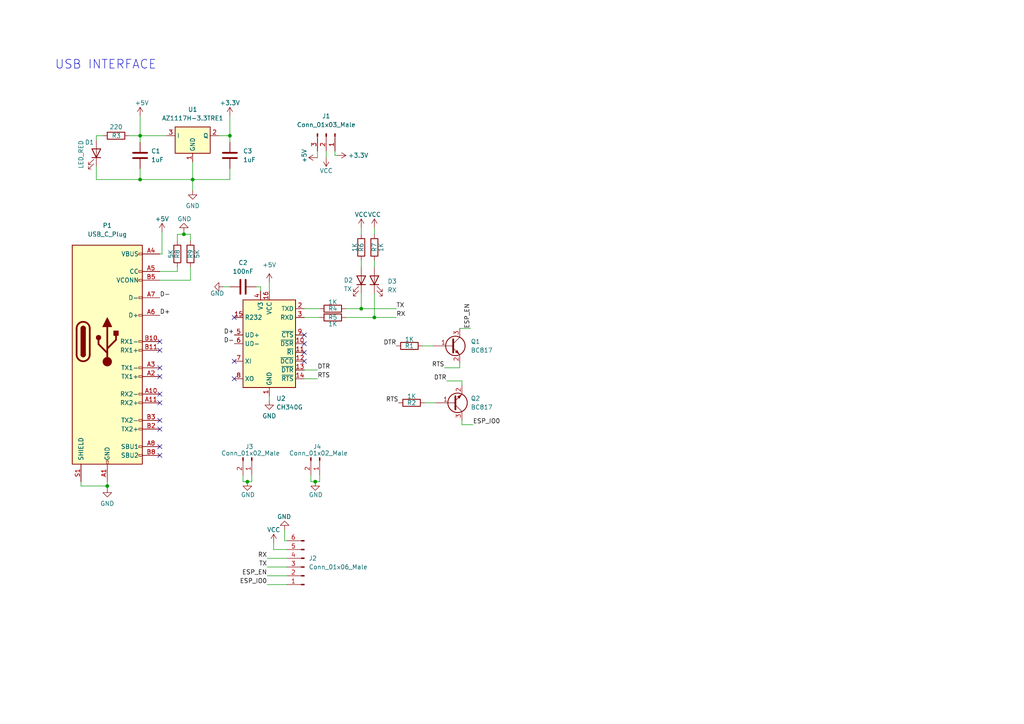
<source format=kicad_sch>
(kicad_sch (version 20211123) (generator eeschema)

  (uuid c04de616-f6fe-4d7d-a283-e32be65c0bb0)

  (paper "A4")

  (lib_symbols
    (symbol "Connector:Conn_01x02_Male" (pin_names (offset 1.016) hide) (in_bom yes) (on_board yes)
      (property "Reference" "J" (id 0) (at 0 2.54 0)
        (effects (font (size 1.27 1.27)))
      )
      (property "Value" "Conn_01x02_Male" (id 1) (at 0 -5.08 0)
        (effects (font (size 1.27 1.27)))
      )
      (property "Footprint" "" (id 2) (at 0 0 0)
        (effects (font (size 1.27 1.27)) hide)
      )
      (property "Datasheet" "~" (id 3) (at 0 0 0)
        (effects (font (size 1.27 1.27)) hide)
      )
      (property "ki_keywords" "connector" (id 4) (at 0 0 0)
        (effects (font (size 1.27 1.27)) hide)
      )
      (property "ki_description" "Generic connector, single row, 01x02, script generated (kicad-library-utils/schlib/autogen/connector/)" (id 5) (at 0 0 0)
        (effects (font (size 1.27 1.27)) hide)
      )
      (property "ki_fp_filters" "Connector*:*_1x??_*" (id 6) (at 0 0 0)
        (effects (font (size 1.27 1.27)) hide)
      )
      (symbol "Conn_01x02_Male_1_1"
        (polyline
          (pts
            (xy 1.27 -2.54)
            (xy 0.8636 -2.54)
          )
          (stroke (width 0.1524) (type default) (color 0 0 0 0))
          (fill (type none))
        )
        (polyline
          (pts
            (xy 1.27 0)
            (xy 0.8636 0)
          )
          (stroke (width 0.1524) (type default) (color 0 0 0 0))
          (fill (type none))
        )
        (rectangle (start 0.8636 -2.413) (end 0 -2.667)
          (stroke (width 0.1524) (type default) (color 0 0 0 0))
          (fill (type outline))
        )
        (rectangle (start 0.8636 0.127) (end 0 -0.127)
          (stroke (width 0.1524) (type default) (color 0 0 0 0))
          (fill (type outline))
        )
        (pin passive line (at 5.08 0 180) (length 3.81)
          (name "Pin_1" (effects (font (size 1.27 1.27))))
          (number "1" (effects (font (size 1.27 1.27))))
        )
        (pin passive line (at 5.08 -2.54 180) (length 3.81)
          (name "Pin_2" (effects (font (size 1.27 1.27))))
          (number "2" (effects (font (size 1.27 1.27))))
        )
      )
    )
    (symbol "Connector:Conn_01x03_Male" (pin_names (offset 1.016) hide) (in_bom yes) (on_board yes)
      (property "Reference" "J" (id 0) (at 0 5.08 0)
        (effects (font (size 1.27 1.27)))
      )
      (property "Value" "Conn_01x03_Male" (id 1) (at 0 -5.08 0)
        (effects (font (size 1.27 1.27)))
      )
      (property "Footprint" "" (id 2) (at 0 0 0)
        (effects (font (size 1.27 1.27)) hide)
      )
      (property "Datasheet" "~" (id 3) (at 0 0 0)
        (effects (font (size 1.27 1.27)) hide)
      )
      (property "ki_keywords" "connector" (id 4) (at 0 0 0)
        (effects (font (size 1.27 1.27)) hide)
      )
      (property "ki_description" "Generic connector, single row, 01x03, script generated (kicad-library-utils/schlib/autogen/connector/)" (id 5) (at 0 0 0)
        (effects (font (size 1.27 1.27)) hide)
      )
      (property "ki_fp_filters" "Connector*:*_1x??_*" (id 6) (at 0 0 0)
        (effects (font (size 1.27 1.27)) hide)
      )
      (symbol "Conn_01x03_Male_1_1"
        (polyline
          (pts
            (xy 1.27 -2.54)
            (xy 0.8636 -2.54)
          )
          (stroke (width 0.1524) (type default) (color 0 0 0 0))
          (fill (type none))
        )
        (polyline
          (pts
            (xy 1.27 0)
            (xy 0.8636 0)
          )
          (stroke (width 0.1524) (type default) (color 0 0 0 0))
          (fill (type none))
        )
        (polyline
          (pts
            (xy 1.27 2.54)
            (xy 0.8636 2.54)
          )
          (stroke (width 0.1524) (type default) (color 0 0 0 0))
          (fill (type none))
        )
        (rectangle (start 0.8636 -2.413) (end 0 -2.667)
          (stroke (width 0.1524) (type default) (color 0 0 0 0))
          (fill (type outline))
        )
        (rectangle (start 0.8636 0.127) (end 0 -0.127)
          (stroke (width 0.1524) (type default) (color 0 0 0 0))
          (fill (type outline))
        )
        (rectangle (start 0.8636 2.667) (end 0 2.413)
          (stroke (width 0.1524) (type default) (color 0 0 0 0))
          (fill (type outline))
        )
        (pin passive line (at 5.08 2.54 180) (length 3.81)
          (name "Pin_1" (effects (font (size 1.27 1.27))))
          (number "1" (effects (font (size 1.27 1.27))))
        )
        (pin passive line (at 5.08 0 180) (length 3.81)
          (name "Pin_2" (effects (font (size 1.27 1.27))))
          (number "2" (effects (font (size 1.27 1.27))))
        )
        (pin passive line (at 5.08 -2.54 180) (length 3.81)
          (name "Pin_3" (effects (font (size 1.27 1.27))))
          (number "3" (effects (font (size 1.27 1.27))))
        )
      )
    )
    (symbol "Connector:Conn_01x06_Male" (pin_names (offset 1.016) hide) (in_bom yes) (on_board yes)
      (property "Reference" "J" (id 0) (at 0 7.62 0)
        (effects (font (size 1.27 1.27)))
      )
      (property "Value" "Conn_01x06_Male" (id 1) (at 0 -10.16 0)
        (effects (font (size 1.27 1.27)))
      )
      (property "Footprint" "" (id 2) (at 0 0 0)
        (effects (font (size 1.27 1.27)) hide)
      )
      (property "Datasheet" "~" (id 3) (at 0 0 0)
        (effects (font (size 1.27 1.27)) hide)
      )
      (property "ki_keywords" "connector" (id 4) (at 0 0 0)
        (effects (font (size 1.27 1.27)) hide)
      )
      (property "ki_description" "Generic connector, single row, 01x06, script generated (kicad-library-utils/schlib/autogen/connector/)" (id 5) (at 0 0 0)
        (effects (font (size 1.27 1.27)) hide)
      )
      (property "ki_fp_filters" "Connector*:*_1x??_*" (id 6) (at 0 0 0)
        (effects (font (size 1.27 1.27)) hide)
      )
      (symbol "Conn_01x06_Male_1_1"
        (polyline
          (pts
            (xy 1.27 -7.62)
            (xy 0.8636 -7.62)
          )
          (stroke (width 0.1524) (type default) (color 0 0 0 0))
          (fill (type none))
        )
        (polyline
          (pts
            (xy 1.27 -5.08)
            (xy 0.8636 -5.08)
          )
          (stroke (width 0.1524) (type default) (color 0 0 0 0))
          (fill (type none))
        )
        (polyline
          (pts
            (xy 1.27 -2.54)
            (xy 0.8636 -2.54)
          )
          (stroke (width 0.1524) (type default) (color 0 0 0 0))
          (fill (type none))
        )
        (polyline
          (pts
            (xy 1.27 0)
            (xy 0.8636 0)
          )
          (stroke (width 0.1524) (type default) (color 0 0 0 0))
          (fill (type none))
        )
        (polyline
          (pts
            (xy 1.27 2.54)
            (xy 0.8636 2.54)
          )
          (stroke (width 0.1524) (type default) (color 0 0 0 0))
          (fill (type none))
        )
        (polyline
          (pts
            (xy 1.27 5.08)
            (xy 0.8636 5.08)
          )
          (stroke (width 0.1524) (type default) (color 0 0 0 0))
          (fill (type none))
        )
        (rectangle (start 0.8636 -7.493) (end 0 -7.747)
          (stroke (width 0.1524) (type default) (color 0 0 0 0))
          (fill (type outline))
        )
        (rectangle (start 0.8636 -4.953) (end 0 -5.207)
          (stroke (width 0.1524) (type default) (color 0 0 0 0))
          (fill (type outline))
        )
        (rectangle (start 0.8636 -2.413) (end 0 -2.667)
          (stroke (width 0.1524) (type default) (color 0 0 0 0))
          (fill (type outline))
        )
        (rectangle (start 0.8636 0.127) (end 0 -0.127)
          (stroke (width 0.1524) (type default) (color 0 0 0 0))
          (fill (type outline))
        )
        (rectangle (start 0.8636 2.667) (end 0 2.413)
          (stroke (width 0.1524) (type default) (color 0 0 0 0))
          (fill (type outline))
        )
        (rectangle (start 0.8636 5.207) (end 0 4.953)
          (stroke (width 0.1524) (type default) (color 0 0 0 0))
          (fill (type outline))
        )
        (pin passive line (at 5.08 5.08 180) (length 3.81)
          (name "Pin_1" (effects (font (size 1.27 1.27))))
          (number "1" (effects (font (size 1.27 1.27))))
        )
        (pin passive line (at 5.08 2.54 180) (length 3.81)
          (name "Pin_2" (effects (font (size 1.27 1.27))))
          (number "2" (effects (font (size 1.27 1.27))))
        )
        (pin passive line (at 5.08 0 180) (length 3.81)
          (name "Pin_3" (effects (font (size 1.27 1.27))))
          (number "3" (effects (font (size 1.27 1.27))))
        )
        (pin passive line (at 5.08 -2.54 180) (length 3.81)
          (name "Pin_4" (effects (font (size 1.27 1.27))))
          (number "4" (effects (font (size 1.27 1.27))))
        )
        (pin passive line (at 5.08 -5.08 180) (length 3.81)
          (name "Pin_5" (effects (font (size 1.27 1.27))))
          (number "5" (effects (font (size 1.27 1.27))))
        )
        (pin passive line (at 5.08 -7.62 180) (length 3.81)
          (name "Pin_6" (effects (font (size 1.27 1.27))))
          (number "6" (effects (font (size 1.27 1.27))))
        )
      )
    )
    (symbol "Connector:USB_C_Plug" (pin_names (offset 1.016)) (in_bom yes) (on_board yes)
      (property "Reference" "P" (id 0) (at -10.16 29.21 0)
        (effects (font (size 1.27 1.27)) (justify left))
      )
      (property "Value" "USB_C_Plug" (id 1) (at 10.16 29.21 0)
        (effects (font (size 1.27 1.27)) (justify right))
      )
      (property "Footprint" "" (id 2) (at 3.81 0 0)
        (effects (font (size 1.27 1.27)) hide)
      )
      (property "Datasheet" "https://www.usb.org/sites/default/files/documents/usb_type-c.zip" (id 3) (at 3.81 0 0)
        (effects (font (size 1.27 1.27)) hide)
      )
      (property "ki_keywords" "usb universal serial bus" (id 4) (at 0 0 0)
        (effects (font (size 1.27 1.27)) hide)
      )
      (property "ki_description" "USB Type-C Plug connector" (id 5) (at 0 0 0)
        (effects (font (size 1.27 1.27)) hide)
      )
      (property "ki_fp_filters" "USB*C*Plug*" (id 6) (at 0 0 0)
        (effects (font (size 1.27 1.27)) hide)
      )
      (symbol "USB_C_Plug_0_0"
        (rectangle (start -0.254 -35.56) (end 0.254 -34.544)
          (stroke (width 0) (type default) (color 0 0 0 0))
          (fill (type none))
        )
        (rectangle (start 10.16 -32.766) (end 9.144 -33.274)
          (stroke (width 0) (type default) (color 0 0 0 0))
          (fill (type none))
        )
        (rectangle (start 10.16 -30.226) (end 9.144 -30.734)
          (stroke (width 0) (type default) (color 0 0 0 0))
          (fill (type none))
        )
        (rectangle (start 10.16 -25.146) (end 9.144 -25.654)
          (stroke (width 0) (type default) (color 0 0 0 0))
          (fill (type none))
        )
        (rectangle (start 10.16 -22.606) (end 9.144 -23.114)
          (stroke (width 0) (type default) (color 0 0 0 0))
          (fill (type none))
        )
        (rectangle (start 10.16 -17.526) (end 9.144 -18.034)
          (stroke (width 0) (type default) (color 0 0 0 0))
          (fill (type none))
        )
        (rectangle (start 10.16 -14.986) (end 9.144 -15.494)
          (stroke (width 0) (type default) (color 0 0 0 0))
          (fill (type none))
        )
        (rectangle (start 10.16 -9.906) (end 9.144 -10.414)
          (stroke (width 0) (type default) (color 0 0 0 0))
          (fill (type none))
        )
        (rectangle (start 10.16 -7.366) (end 9.144 -7.874)
          (stroke (width 0) (type default) (color 0 0 0 0))
          (fill (type none))
        )
        (rectangle (start 10.16 -2.286) (end 9.144 -2.794)
          (stroke (width 0) (type default) (color 0 0 0 0))
          (fill (type none))
        )
        (rectangle (start 10.16 0.254) (end 9.144 -0.254)
          (stroke (width 0) (type default) (color 0 0 0 0))
          (fill (type none))
        )
        (rectangle (start 10.16 7.874) (end 9.144 7.366)
          (stroke (width 0) (type default) (color 0 0 0 0))
          (fill (type none))
        )
        (rectangle (start 10.16 12.954) (end 9.144 12.446)
          (stroke (width 0) (type default) (color 0 0 0 0))
          (fill (type none))
        )
        (rectangle (start 10.16 18.034) (end 9.144 17.526)
          (stroke (width 0) (type default) (color 0 0 0 0))
          (fill (type none))
        )
        (rectangle (start 10.16 20.574) (end 9.144 20.066)
          (stroke (width 0) (type default) (color 0 0 0 0))
          (fill (type none))
        )
        (rectangle (start 10.16 25.654) (end 9.144 25.146)
          (stroke (width 0) (type default) (color 0 0 0 0))
          (fill (type none))
        )
      )
      (symbol "USB_C_Plug_0_1"
        (rectangle (start -10.16 27.94) (end 10.16 -35.56)
          (stroke (width 0.254) (type default) (color 0 0 0 0))
          (fill (type background))
        )
        (arc (start -8.89 -3.81) (mid -6.985 -5.715) (end -5.08 -3.81)
          (stroke (width 0.508) (type default) (color 0 0 0 0))
          (fill (type none))
        )
        (arc (start -7.62 -3.81) (mid -6.985 -4.445) (end -6.35 -3.81)
          (stroke (width 0.254) (type default) (color 0 0 0 0))
          (fill (type none))
        )
        (arc (start -7.62 -3.81) (mid -6.985 -4.445) (end -6.35 -3.81)
          (stroke (width 0.254) (type default) (color 0 0 0 0))
          (fill (type outline))
        )
        (rectangle (start -7.62 -3.81) (end -6.35 3.81)
          (stroke (width 0.254) (type default) (color 0 0 0 0))
          (fill (type outline))
        )
        (arc (start -6.35 3.81) (mid -6.985 4.445) (end -7.62 3.81)
          (stroke (width 0.254) (type default) (color 0 0 0 0))
          (fill (type none))
        )
        (arc (start -6.35 3.81) (mid -6.985 4.445) (end -7.62 3.81)
          (stroke (width 0.254) (type default) (color 0 0 0 0))
          (fill (type outline))
        )
        (arc (start -5.08 3.81) (mid -6.985 5.715) (end -8.89 3.81)
          (stroke (width 0.508) (type default) (color 0 0 0 0))
          (fill (type none))
        )
        (polyline
          (pts
            (xy -8.89 -3.81)
            (xy -8.89 3.81)
          )
          (stroke (width 0.508) (type default) (color 0 0 0 0))
          (fill (type none))
        )
        (polyline
          (pts
            (xy -5.08 3.81)
            (xy -5.08 -3.81)
          )
          (stroke (width 0.508) (type default) (color 0 0 0 0))
          (fill (type none))
        )
      )
      (symbol "USB_C_Plug_1_1"
        (circle (center -2.54 1.143) (radius 0.635)
          (stroke (width 0.254) (type default) (color 0 0 0 0))
          (fill (type outline))
        )
        (circle (center 0 -5.842) (radius 1.27)
          (stroke (width 0) (type default) (color 0 0 0 0))
          (fill (type outline))
        )
        (polyline
          (pts
            (xy 0 -5.842)
            (xy 0 4.318)
          )
          (stroke (width 0.508) (type default) (color 0 0 0 0))
          (fill (type none))
        )
        (polyline
          (pts
            (xy 0 -3.302)
            (xy -2.54 -0.762)
            (xy -2.54 0.508)
          )
          (stroke (width 0.508) (type default) (color 0 0 0 0))
          (fill (type none))
        )
        (polyline
          (pts
            (xy 0 -2.032)
            (xy 2.54 0.508)
            (xy 2.54 1.778)
          )
          (stroke (width 0.508) (type default) (color 0 0 0 0))
          (fill (type none))
        )
        (polyline
          (pts
            (xy -1.27 4.318)
            (xy 0 6.858)
            (xy 1.27 4.318)
            (xy -1.27 4.318)
          )
          (stroke (width 0.254) (type default) (color 0 0 0 0))
          (fill (type outline))
        )
        (rectangle (start 1.905 1.778) (end 3.175 3.048)
          (stroke (width 0.254) (type default) (color 0 0 0 0))
          (fill (type outline))
        )
        (pin passive line (at 0 -40.64 90) (length 5.08)
          (name "GND" (effects (font (size 1.27 1.27))))
          (number "A1" (effects (font (size 1.27 1.27))))
        )
        (pin bidirectional line (at 15.24 -15.24 180) (length 5.08)
          (name "RX2-" (effects (font (size 1.27 1.27))))
          (number "A10" (effects (font (size 1.27 1.27))))
        )
        (pin bidirectional line (at 15.24 -17.78 180) (length 5.08)
          (name "RX2+" (effects (font (size 1.27 1.27))))
          (number "A11" (effects (font (size 1.27 1.27))))
        )
        (pin passive line (at 0 -40.64 90) (length 5.08) hide
          (name "GND" (effects (font (size 1.27 1.27))))
          (number "A12" (effects (font (size 1.27 1.27))))
        )
        (pin bidirectional line (at 15.24 -10.16 180) (length 5.08)
          (name "TX1+" (effects (font (size 1.27 1.27))))
          (number "A2" (effects (font (size 1.27 1.27))))
        )
        (pin bidirectional line (at 15.24 -7.62 180) (length 5.08)
          (name "TX1-" (effects (font (size 1.27 1.27))))
          (number "A3" (effects (font (size 1.27 1.27))))
        )
        (pin passive line (at 15.24 25.4 180) (length 5.08)
          (name "VBUS" (effects (font (size 1.27 1.27))))
          (number "A4" (effects (font (size 1.27 1.27))))
        )
        (pin bidirectional line (at 15.24 20.32 180) (length 5.08)
          (name "CC" (effects (font (size 1.27 1.27))))
          (number "A5" (effects (font (size 1.27 1.27))))
        )
        (pin bidirectional line (at 15.24 7.62 180) (length 5.08)
          (name "D+" (effects (font (size 1.27 1.27))))
          (number "A6" (effects (font (size 1.27 1.27))))
        )
        (pin bidirectional line (at 15.24 12.7 180) (length 5.08)
          (name "D-" (effects (font (size 1.27 1.27))))
          (number "A7" (effects (font (size 1.27 1.27))))
        )
        (pin bidirectional line (at 15.24 -30.48 180) (length 5.08)
          (name "SBU1" (effects (font (size 1.27 1.27))))
          (number "A8" (effects (font (size 1.27 1.27))))
        )
        (pin passive line (at 15.24 25.4 180) (length 5.08) hide
          (name "VBUS" (effects (font (size 1.27 1.27))))
          (number "A9" (effects (font (size 1.27 1.27))))
        )
        (pin passive line (at 0 -40.64 90) (length 5.08) hide
          (name "GND" (effects (font (size 1.27 1.27))))
          (number "B1" (effects (font (size 1.27 1.27))))
        )
        (pin bidirectional line (at 15.24 0 180) (length 5.08)
          (name "RX1-" (effects (font (size 1.27 1.27))))
          (number "B10" (effects (font (size 1.27 1.27))))
        )
        (pin bidirectional line (at 15.24 -2.54 180) (length 5.08)
          (name "RX1+" (effects (font (size 1.27 1.27))))
          (number "B11" (effects (font (size 1.27 1.27))))
        )
        (pin passive line (at 0 -40.64 90) (length 5.08) hide
          (name "GND" (effects (font (size 1.27 1.27))))
          (number "B12" (effects (font (size 1.27 1.27))))
        )
        (pin bidirectional line (at 15.24 -25.4 180) (length 5.08)
          (name "TX2+" (effects (font (size 1.27 1.27))))
          (number "B2" (effects (font (size 1.27 1.27))))
        )
        (pin bidirectional line (at 15.24 -22.86 180) (length 5.08)
          (name "TX2-" (effects (font (size 1.27 1.27))))
          (number "B3" (effects (font (size 1.27 1.27))))
        )
        (pin passive line (at 15.24 25.4 180) (length 5.08) hide
          (name "VBUS" (effects (font (size 1.27 1.27))))
          (number "B4" (effects (font (size 1.27 1.27))))
        )
        (pin bidirectional line (at 15.24 17.78 180) (length 5.08)
          (name "VCONN" (effects (font (size 1.27 1.27))))
          (number "B5" (effects (font (size 1.27 1.27))))
        )
        (pin bidirectional line (at 15.24 -33.02 180) (length 5.08)
          (name "SBU2" (effects (font (size 1.27 1.27))))
          (number "B8" (effects (font (size 1.27 1.27))))
        )
        (pin passive line (at 15.24 25.4 180) (length 5.08) hide
          (name "VBUS" (effects (font (size 1.27 1.27))))
          (number "B9" (effects (font (size 1.27 1.27))))
        )
        (pin passive line (at -7.62 -40.64 90) (length 5.08)
          (name "SHIELD" (effects (font (size 1.27 1.27))))
          (number "S1" (effects (font (size 1.27 1.27))))
        )
      )
    )
    (symbol "Device:C" (pin_numbers hide) (pin_names (offset 0.254)) (in_bom yes) (on_board yes)
      (property "Reference" "C" (id 0) (at 0.635 2.54 0)
        (effects (font (size 1.27 1.27)) (justify left))
      )
      (property "Value" "C" (id 1) (at 0.635 -2.54 0)
        (effects (font (size 1.27 1.27)) (justify left))
      )
      (property "Footprint" "" (id 2) (at 0.9652 -3.81 0)
        (effects (font (size 1.27 1.27)) hide)
      )
      (property "Datasheet" "~" (id 3) (at 0 0 0)
        (effects (font (size 1.27 1.27)) hide)
      )
      (property "ki_keywords" "cap capacitor" (id 4) (at 0 0 0)
        (effects (font (size 1.27 1.27)) hide)
      )
      (property "ki_description" "Unpolarized capacitor" (id 5) (at 0 0 0)
        (effects (font (size 1.27 1.27)) hide)
      )
      (property "ki_fp_filters" "C_*" (id 6) (at 0 0 0)
        (effects (font (size 1.27 1.27)) hide)
      )
      (symbol "C_0_1"
        (polyline
          (pts
            (xy -2.032 -0.762)
            (xy 2.032 -0.762)
          )
          (stroke (width 0.508) (type default) (color 0 0 0 0))
          (fill (type none))
        )
        (polyline
          (pts
            (xy -2.032 0.762)
            (xy 2.032 0.762)
          )
          (stroke (width 0.508) (type default) (color 0 0 0 0))
          (fill (type none))
        )
      )
      (symbol "C_1_1"
        (pin passive line (at 0 3.81 270) (length 2.794)
          (name "~" (effects (font (size 1.27 1.27))))
          (number "1" (effects (font (size 1.27 1.27))))
        )
        (pin passive line (at 0 -3.81 90) (length 2.794)
          (name "~" (effects (font (size 1.27 1.27))))
          (number "2" (effects (font (size 1.27 1.27))))
        )
      )
    )
    (symbol "Device:LED" (pin_numbers hide) (pin_names (offset 1.016) hide) (in_bom yes) (on_board yes)
      (property "Reference" "D" (id 0) (at 0 2.54 0)
        (effects (font (size 1.27 1.27)))
      )
      (property "Value" "LED" (id 1) (at 0 -2.54 0)
        (effects (font (size 1.27 1.27)))
      )
      (property "Footprint" "" (id 2) (at 0 0 0)
        (effects (font (size 1.27 1.27)) hide)
      )
      (property "Datasheet" "~" (id 3) (at 0 0 0)
        (effects (font (size 1.27 1.27)) hide)
      )
      (property "ki_keywords" "LED diode" (id 4) (at 0 0 0)
        (effects (font (size 1.27 1.27)) hide)
      )
      (property "ki_description" "Light emitting diode" (id 5) (at 0 0 0)
        (effects (font (size 1.27 1.27)) hide)
      )
      (property "ki_fp_filters" "LED* LED_SMD:* LED_THT:*" (id 6) (at 0 0 0)
        (effects (font (size 1.27 1.27)) hide)
      )
      (symbol "LED_0_1"
        (polyline
          (pts
            (xy -1.27 -1.27)
            (xy -1.27 1.27)
          )
          (stroke (width 0.254) (type default) (color 0 0 0 0))
          (fill (type none))
        )
        (polyline
          (pts
            (xy -1.27 0)
            (xy 1.27 0)
          )
          (stroke (width 0) (type default) (color 0 0 0 0))
          (fill (type none))
        )
        (polyline
          (pts
            (xy 1.27 -1.27)
            (xy 1.27 1.27)
            (xy -1.27 0)
            (xy 1.27 -1.27)
          )
          (stroke (width 0.254) (type default) (color 0 0 0 0))
          (fill (type none))
        )
        (polyline
          (pts
            (xy -3.048 -0.762)
            (xy -4.572 -2.286)
            (xy -3.81 -2.286)
            (xy -4.572 -2.286)
            (xy -4.572 -1.524)
          )
          (stroke (width 0) (type default) (color 0 0 0 0))
          (fill (type none))
        )
        (polyline
          (pts
            (xy -1.778 -0.762)
            (xy -3.302 -2.286)
            (xy -2.54 -2.286)
            (xy -3.302 -2.286)
            (xy -3.302 -1.524)
          )
          (stroke (width 0) (type default) (color 0 0 0 0))
          (fill (type none))
        )
      )
      (symbol "LED_1_1"
        (pin passive line (at -3.81 0 0) (length 2.54)
          (name "K" (effects (font (size 1.27 1.27))))
          (number "1" (effects (font (size 1.27 1.27))))
        )
        (pin passive line (at 3.81 0 180) (length 2.54)
          (name "A" (effects (font (size 1.27 1.27))))
          (number "2" (effects (font (size 1.27 1.27))))
        )
      )
    )
    (symbol "Device:R" (pin_numbers hide) (pin_names (offset 0)) (in_bom yes) (on_board yes)
      (property "Reference" "R" (id 0) (at 2.032 0 90)
        (effects (font (size 1.27 1.27)))
      )
      (property "Value" "R" (id 1) (at 0 0 90)
        (effects (font (size 1.27 1.27)))
      )
      (property "Footprint" "" (id 2) (at -1.778 0 90)
        (effects (font (size 1.27 1.27)) hide)
      )
      (property "Datasheet" "~" (id 3) (at 0 0 0)
        (effects (font (size 1.27 1.27)) hide)
      )
      (property "ki_keywords" "R res resistor" (id 4) (at 0 0 0)
        (effects (font (size 1.27 1.27)) hide)
      )
      (property "ki_description" "Resistor" (id 5) (at 0 0 0)
        (effects (font (size 1.27 1.27)) hide)
      )
      (property "ki_fp_filters" "R_*" (id 6) (at 0 0 0)
        (effects (font (size 1.27 1.27)) hide)
      )
      (symbol "R_0_1"
        (rectangle (start -1.016 -2.54) (end 1.016 2.54)
          (stroke (width 0.254) (type default) (color 0 0 0 0))
          (fill (type none))
        )
      )
      (symbol "R_1_1"
        (pin passive line (at 0 3.81 270) (length 1.27)
          (name "~" (effects (font (size 1.27 1.27))))
          (number "1" (effects (font (size 1.27 1.27))))
        )
        (pin passive line (at 0 -3.81 90) (length 1.27)
          (name "~" (effects (font (size 1.27 1.27))))
          (number "2" (effects (font (size 1.27 1.27))))
        )
      )
    )
    (symbol "Interface_USB:CH340G" (in_bom yes) (on_board yes)
      (property "Reference" "U" (id 0) (at -5.08 13.97 0)
        (effects (font (size 1.27 1.27)) (justify right))
      )
      (property "Value" "CH340G" (id 1) (at 1.27 13.97 0)
        (effects (font (size 1.27 1.27)) (justify left))
      )
      (property "Footprint" "Package_SO:SOIC-16_3.9x9.9mm_P1.27mm" (id 2) (at 1.27 -13.97 0)
        (effects (font (size 1.27 1.27)) (justify left) hide)
      )
      (property "Datasheet" "http://www.datasheet5.com/pdf-local-2195953" (id 3) (at -8.89 20.32 0)
        (effects (font (size 1.27 1.27)) hide)
      )
      (property "ki_keywords" "USB UART Serial Converter Interface" (id 4) (at 0 0 0)
        (effects (font (size 1.27 1.27)) hide)
      )
      (property "ki_description" "USB serial converter, UART, SOIC-16" (id 5) (at 0 0 0)
        (effects (font (size 1.27 1.27)) hide)
      )
      (property "ki_fp_filters" "SOIC*3.9x9.9mm*P1.27mm*" (id 6) (at 0 0 0)
        (effects (font (size 1.27 1.27)) hide)
      )
      (symbol "CH340G_0_1"
        (rectangle (start -7.62 12.7) (end 7.62 -12.7)
          (stroke (width 0.254) (type default) (color 0 0 0 0))
          (fill (type background))
        )
      )
      (symbol "CH340G_1_1"
        (pin power_in line (at 0 -15.24 90) (length 2.54)
          (name "GND" (effects (font (size 1.27 1.27))))
          (number "1" (effects (font (size 1.27 1.27))))
        )
        (pin input line (at 10.16 0 180) (length 2.54)
          (name "~{DSR}" (effects (font (size 1.27 1.27))))
          (number "10" (effects (font (size 1.27 1.27))))
        )
        (pin input line (at 10.16 -2.54 180) (length 2.54)
          (name "~{RI}" (effects (font (size 1.27 1.27))))
          (number "11" (effects (font (size 1.27 1.27))))
        )
        (pin input line (at 10.16 -5.08 180) (length 2.54)
          (name "~{DCD}" (effects (font (size 1.27 1.27))))
          (number "12" (effects (font (size 1.27 1.27))))
        )
        (pin output line (at 10.16 -7.62 180) (length 2.54)
          (name "~{DTR}" (effects (font (size 1.27 1.27))))
          (number "13" (effects (font (size 1.27 1.27))))
        )
        (pin output line (at 10.16 -10.16 180) (length 2.54)
          (name "~{RTS}" (effects (font (size 1.27 1.27))))
          (number "14" (effects (font (size 1.27 1.27))))
        )
        (pin input line (at -10.16 7.62 0) (length 2.54)
          (name "R232" (effects (font (size 1.27 1.27))))
          (number "15" (effects (font (size 1.27 1.27))))
        )
        (pin power_in line (at 0 15.24 270) (length 2.54)
          (name "VCC" (effects (font (size 1.27 1.27))))
          (number "16" (effects (font (size 1.27 1.27))))
        )
        (pin output line (at 10.16 10.16 180) (length 2.54)
          (name "TXD" (effects (font (size 1.27 1.27))))
          (number "2" (effects (font (size 1.27 1.27))))
        )
        (pin input line (at 10.16 7.62 180) (length 2.54)
          (name "RXD" (effects (font (size 1.27 1.27))))
          (number "3" (effects (font (size 1.27 1.27))))
        )
        (pin passive line (at -2.54 15.24 270) (length 2.54)
          (name "V3" (effects (font (size 1.27 1.27))))
          (number "4" (effects (font (size 1.27 1.27))))
        )
        (pin bidirectional line (at -10.16 2.54 0) (length 2.54)
          (name "UD+" (effects (font (size 1.27 1.27))))
          (number "5" (effects (font (size 1.27 1.27))))
        )
        (pin bidirectional line (at -10.16 0 0) (length 2.54)
          (name "UD-" (effects (font (size 1.27 1.27))))
          (number "6" (effects (font (size 1.27 1.27))))
        )
        (pin input line (at -10.16 -5.08 0) (length 2.54)
          (name "XI" (effects (font (size 1.27 1.27))))
          (number "7" (effects (font (size 1.27 1.27))))
        )
        (pin output line (at -10.16 -10.16 0) (length 2.54)
          (name "XO" (effects (font (size 1.27 1.27))))
          (number "8" (effects (font (size 1.27 1.27))))
        )
        (pin input line (at 10.16 2.54 180) (length 2.54)
          (name "~{CTS}" (effects (font (size 1.27 1.27))))
          (number "9" (effects (font (size 1.27 1.27))))
        )
      )
    )
    (symbol "JAPS:CX6206 3.3" (in_bom yes) (on_board yes)
      (property "Reference" "U?" (id 0) (at 0 7.62 0)
        (effects (font (size 1.27 1.27)))
      )
      (property "Value" "LDI1117-3.3H" (id 1) (at 0 5.08 0)
        (effects (font (size 1.27 1.27)))
      )
      (property "Footprint" "Package_TO_SOT_SMD:SOT-23" (id 2) (at 0 -9.652 0)
        (effects (font (size 1.27 1.27)) hide)
      )
      (property "Datasheet" "https://datasheet.lcsc.com/lcsc/2205271730_Cheng-Xin-Wei-Tech-CX6206-3-3V_C3020338.pdf" (id 3) (at 2.286 -12.446 0)
        (effects (font (size 1.27 1.27)) hide)
      )
      (property "ki_keywords" "LDO" (id 4) (at 0 0 0)
        (effects (font (size 1.27 1.27)) hide)
      )
      (property "ki_description" "SOT23 Linear Voltage Regulators (LDO) ROHS" (id 5) (at 0 0 0)
        (effects (font (size 1.27 1.27)) hide)
      )
      (symbol "CX6206 3.3_1_1"
        (rectangle (start -5.08 2.54) (end 5.08 -5.08)
          (stroke (width 0.254) (type default) (color 0 0 0 0))
          (fill (type background))
        )
        (pin input line (at 0 -7.62 90) (length 2.54)
          (name "GND" (effects (font (size 1.27 1.27))))
          (number "1" (effects (font (size 1.27 1.27))))
        )
        (pin power_out line (at 7.62 0 180) (length 2.54)
          (name "Q" (effects (font (size 1.27 1.27))))
          (number "2" (effects (font (size 1.27 1.27))))
        )
        (pin power_in line (at -7.62 0 0) (length 2.54)
          (name "I" (effects (font (size 1.27 1.27))))
          (number "3" (effects (font (size 1.27 1.27))))
        )
      )
    )
    (symbol "Transistor_BJT:BC817" (pin_names (offset 0) hide) (in_bom yes) (on_board yes)
      (property "Reference" "Q" (id 0) (at 5.08 1.905 0)
        (effects (font (size 1.27 1.27)) (justify left))
      )
      (property "Value" "BC817" (id 1) (at 5.08 0 0)
        (effects (font (size 1.27 1.27)) (justify left))
      )
      (property "Footprint" "Package_TO_SOT_SMD:SOT-23" (id 2) (at 5.08 -1.905 0)
        (effects (font (size 1.27 1.27) italic) (justify left) hide)
      )
      (property "Datasheet" "https://www.onsemi.com/pub/Collateral/BC818-D.pdf" (id 3) (at 0 0 0)
        (effects (font (size 1.27 1.27)) (justify left) hide)
      )
      (property "ki_keywords" "NPN Transistor" (id 4) (at 0 0 0)
        (effects (font (size 1.27 1.27)) hide)
      )
      (property "ki_description" "0.8A Ic, 45V Vce, NPN Transistor, SOT-23" (id 5) (at 0 0 0)
        (effects (font (size 1.27 1.27)) hide)
      )
      (property "ki_fp_filters" "SOT?23*" (id 6) (at 0 0 0)
        (effects (font (size 1.27 1.27)) hide)
      )
      (symbol "BC817_0_1"
        (polyline
          (pts
            (xy 0.635 0.635)
            (xy 2.54 2.54)
          )
          (stroke (width 0) (type default) (color 0 0 0 0))
          (fill (type none))
        )
        (polyline
          (pts
            (xy 0.635 -0.635)
            (xy 2.54 -2.54)
            (xy 2.54 -2.54)
          )
          (stroke (width 0) (type default) (color 0 0 0 0))
          (fill (type none))
        )
        (polyline
          (pts
            (xy 0.635 1.905)
            (xy 0.635 -1.905)
            (xy 0.635 -1.905)
          )
          (stroke (width 0.508) (type default) (color 0 0 0 0))
          (fill (type none))
        )
        (polyline
          (pts
            (xy 1.27 -1.778)
            (xy 1.778 -1.27)
            (xy 2.286 -2.286)
            (xy 1.27 -1.778)
            (xy 1.27 -1.778)
          )
          (stroke (width 0) (type default) (color 0 0 0 0))
          (fill (type outline))
        )
        (circle (center 1.27 0) (radius 2.8194)
          (stroke (width 0.254) (type default) (color 0 0 0 0))
          (fill (type none))
        )
      )
      (symbol "BC817_1_1"
        (pin input line (at -5.08 0 0) (length 5.715)
          (name "B" (effects (font (size 1.27 1.27))))
          (number "1" (effects (font (size 1.27 1.27))))
        )
        (pin passive line (at 2.54 -5.08 90) (length 2.54)
          (name "E" (effects (font (size 1.27 1.27))))
          (number "2" (effects (font (size 1.27 1.27))))
        )
        (pin passive line (at 2.54 5.08 270) (length 2.54)
          (name "C" (effects (font (size 1.27 1.27))))
          (number "3" (effects (font (size 1.27 1.27))))
        )
      )
    )
    (symbol "power:+3.3V" (power) (pin_names (offset 0)) (in_bom yes) (on_board yes)
      (property "Reference" "#PWR" (id 0) (at 0 -3.81 0)
        (effects (font (size 1.27 1.27)) hide)
      )
      (property "Value" "+3.3V" (id 1) (at 0 3.556 0)
        (effects (font (size 1.27 1.27)))
      )
      (property "Footprint" "" (id 2) (at 0 0 0)
        (effects (font (size 1.27 1.27)) hide)
      )
      (property "Datasheet" "" (id 3) (at 0 0 0)
        (effects (font (size 1.27 1.27)) hide)
      )
      (property "ki_keywords" "power-flag" (id 4) (at 0 0 0)
        (effects (font (size 1.27 1.27)) hide)
      )
      (property "ki_description" "Power symbol creates a global label with name \"+3.3V\"" (id 5) (at 0 0 0)
        (effects (font (size 1.27 1.27)) hide)
      )
      (symbol "+3.3V_0_1"
        (polyline
          (pts
            (xy -0.762 1.27)
            (xy 0 2.54)
          )
          (stroke (width 0) (type default) (color 0 0 0 0))
          (fill (type none))
        )
        (polyline
          (pts
            (xy 0 0)
            (xy 0 2.54)
          )
          (stroke (width 0) (type default) (color 0 0 0 0))
          (fill (type none))
        )
        (polyline
          (pts
            (xy 0 2.54)
            (xy 0.762 1.27)
          )
          (stroke (width 0) (type default) (color 0 0 0 0))
          (fill (type none))
        )
      )
      (symbol "+3.3V_1_1"
        (pin power_in line (at 0 0 90) (length 0) hide
          (name "+3.3V" (effects (font (size 1.27 1.27))))
          (number "1" (effects (font (size 1.27 1.27))))
        )
      )
    )
    (symbol "power:+5V" (power) (pin_names (offset 0)) (in_bom yes) (on_board yes)
      (property "Reference" "#PWR" (id 0) (at 0 -3.81 0)
        (effects (font (size 1.27 1.27)) hide)
      )
      (property "Value" "+5V" (id 1) (at 0 3.556 0)
        (effects (font (size 1.27 1.27)))
      )
      (property "Footprint" "" (id 2) (at 0 0 0)
        (effects (font (size 1.27 1.27)) hide)
      )
      (property "Datasheet" "" (id 3) (at 0 0 0)
        (effects (font (size 1.27 1.27)) hide)
      )
      (property "ki_keywords" "power-flag" (id 4) (at 0 0 0)
        (effects (font (size 1.27 1.27)) hide)
      )
      (property "ki_description" "Power symbol creates a global label with name \"+5V\"" (id 5) (at 0 0 0)
        (effects (font (size 1.27 1.27)) hide)
      )
      (symbol "+5V_0_1"
        (polyline
          (pts
            (xy -0.762 1.27)
            (xy 0 2.54)
          )
          (stroke (width 0) (type default) (color 0 0 0 0))
          (fill (type none))
        )
        (polyline
          (pts
            (xy 0 0)
            (xy 0 2.54)
          )
          (stroke (width 0) (type default) (color 0 0 0 0))
          (fill (type none))
        )
        (polyline
          (pts
            (xy 0 2.54)
            (xy 0.762 1.27)
          )
          (stroke (width 0) (type default) (color 0 0 0 0))
          (fill (type none))
        )
      )
      (symbol "+5V_1_1"
        (pin power_in line (at 0 0 90) (length 0) hide
          (name "+5V" (effects (font (size 1.27 1.27))))
          (number "1" (effects (font (size 1.27 1.27))))
        )
      )
    )
    (symbol "power:GND" (power) (pin_names (offset 0)) (in_bom yes) (on_board yes)
      (property "Reference" "#PWR" (id 0) (at 0 -6.35 0)
        (effects (font (size 1.27 1.27)) hide)
      )
      (property "Value" "GND" (id 1) (at 0 -3.81 0)
        (effects (font (size 1.27 1.27)))
      )
      (property "Footprint" "" (id 2) (at 0 0 0)
        (effects (font (size 1.27 1.27)) hide)
      )
      (property "Datasheet" "" (id 3) (at 0 0 0)
        (effects (font (size 1.27 1.27)) hide)
      )
      (property "ki_keywords" "power-flag" (id 4) (at 0 0 0)
        (effects (font (size 1.27 1.27)) hide)
      )
      (property "ki_description" "Power symbol creates a global label with name \"GND\" , ground" (id 5) (at 0 0 0)
        (effects (font (size 1.27 1.27)) hide)
      )
      (symbol "GND_0_1"
        (polyline
          (pts
            (xy 0 0)
            (xy 0 -1.27)
            (xy 1.27 -1.27)
            (xy 0 -2.54)
            (xy -1.27 -1.27)
            (xy 0 -1.27)
          )
          (stroke (width 0) (type default) (color 0 0 0 0))
          (fill (type none))
        )
      )
      (symbol "GND_1_1"
        (pin power_in line (at 0 0 270) (length 0) hide
          (name "GND" (effects (font (size 1.27 1.27))))
          (number "1" (effects (font (size 1.27 1.27))))
        )
      )
    )
    (symbol "power:VCC" (power) (pin_names (offset 0)) (in_bom yes) (on_board yes)
      (property "Reference" "#PWR" (id 0) (at 0 -3.81 0)
        (effects (font (size 1.27 1.27)) hide)
      )
      (property "Value" "VCC" (id 1) (at 0 3.81 0)
        (effects (font (size 1.27 1.27)))
      )
      (property "Footprint" "" (id 2) (at 0 0 0)
        (effects (font (size 1.27 1.27)) hide)
      )
      (property "Datasheet" "" (id 3) (at 0 0 0)
        (effects (font (size 1.27 1.27)) hide)
      )
      (property "ki_keywords" "power-flag" (id 4) (at 0 0 0)
        (effects (font (size 1.27 1.27)) hide)
      )
      (property "ki_description" "Power symbol creates a global label with name \"VCC\"" (id 5) (at 0 0 0)
        (effects (font (size 1.27 1.27)) hide)
      )
      (symbol "VCC_0_1"
        (polyline
          (pts
            (xy -0.762 1.27)
            (xy 0 2.54)
          )
          (stroke (width 0) (type default) (color 0 0 0 0))
          (fill (type none))
        )
        (polyline
          (pts
            (xy 0 0)
            (xy 0 2.54)
          )
          (stroke (width 0) (type default) (color 0 0 0 0))
          (fill (type none))
        )
        (polyline
          (pts
            (xy 0 2.54)
            (xy 0.762 1.27)
          )
          (stroke (width 0) (type default) (color 0 0 0 0))
          (fill (type none))
        )
      )
      (symbol "VCC_1_1"
        (pin power_in line (at 0 0 90) (length 0) hide
          (name "VCC" (effects (font (size 1.27 1.27))))
          (number "1" (effects (font (size 1.27 1.27))))
        )
      )
    )
  )

  (junction (at 71.755 139.7) (diameter 0) (color 0 0 0 0)
    (uuid 0123ef8d-d4e7-4008-8840-f75881c6ffbd)
  )
  (junction (at 91.44 139.7) (diameter 0) (color 0 0 0 0)
    (uuid 0790f433-83b4-4a15-b5da-3a266efcee60)
  )
  (junction (at 55.88 52.07) (diameter 0) (color 0 0 0 0)
    (uuid 2c1dc5f1-bb43-4d1f-8fc3-2bb1d2cdb0a7)
  )
  (junction (at 40.64 39.37) (diameter 0) (color 0 0 0 0)
    (uuid 31289854-4cb7-416d-bf49-4b940498393c)
  )
  (junction (at 53.34 67.945) (diameter 0) (color 0 0 0 0)
    (uuid 7b4a4f15-099a-411d-8b8e-d8169ee06ff4)
  )
  (junction (at 31.115 140.97) (diameter 0) (color 0 0 0 0)
    (uuid 913c1e2b-515a-4089-a8ff-8da1a83f415d)
  )
  (junction (at 66.675 39.37) (diameter 0) (color 0 0 0 0)
    (uuid aa043aec-a2f7-48c0-8d6d-b729f9df87a3)
  )
  (junction (at 40.64 52.07) (diameter 0) (color 0 0 0 0)
    (uuid ae7acdf7-39e7-4377-be7f-fdfc27580afe)
  )
  (junction (at 108.585 92.075) (diameter 0) (color 0 0 0 0)
    (uuid b8607ba0-0f96-4bf7-8532-77c5be7c85b7)
  )
  (junction (at 104.775 89.535) (diameter 0) (color 0 0 0 0)
    (uuid d4d062a9-50ed-4b82-88ab-94857776d91d)
  )

  (no_connect (at 88.265 99.695) (uuid 19345e69-26f1-49fb-8db1-1a46d453d81c))
  (no_connect (at 46.355 129.54) (uuid 1bbdfd6d-a744-4028-a70c-53d4e8c739ca))
  (no_connect (at 88.265 104.775) (uuid 296e7619-860b-486a-8b2b-e7f42bab4173))
  (no_connect (at 46.355 109.22) (uuid 318776cd-95bb-489c-8258-9ca209354211))
  (no_connect (at 88.265 102.235) (uuid 32acc42e-74c3-4144-a9a7-8b0c38afa9e8))
  (no_connect (at 67.945 92.075) (uuid 3497f975-9eaa-4475-9023-2454c7786bbb))
  (no_connect (at 46.355 132.08) (uuid 4abb1688-cdca-4b79-b782-1eb8977dbc08))
  (no_connect (at 46.355 99.06) (uuid 5a659ab9-5348-49df-bc0b-1b8541bafe13))
  (no_connect (at 67.945 109.855) (uuid 7d34420e-3e3e-490d-9931-ac99fff72de4))
  (no_connect (at 88.265 97.155) (uuid 817d3bd1-5fa4-47f1-a818-1f7e9c106e24))
  (no_connect (at 46.355 121.92) (uuid 8194d7fa-e68d-43fd-b572-aec8deab4cc4))
  (no_connect (at 46.355 114.3) (uuid 9d5f0811-b4d6-482d-b81a-ad9f1e3d0369))
  (no_connect (at 67.945 104.775) (uuid 9ef584d9-a0c8-4539-b57d-6a6b041f93fc))
  (no_connect (at 46.355 106.68) (uuid b6801297-9d5a-4547-8104-abe8da3b6fea))
  (no_connect (at 46.355 116.84) (uuid e4e0e6b8-a4be-4818-b335-747112358ddb))
  (no_connect (at 46.355 124.46) (uuid e5453134-d536-4a5d-80ea-74f5432d1022))
  (no_connect (at 46.355 101.6) (uuid ff61dc27-7447-4be4-ba46-4e8cabaa36b0))

  (wire (pts (xy 133.985 121.92) (xy 133.985 123.19))
    (stroke (width 0) (type default) (color 0 0 0 0))
    (uuid 01fbf615-ca0b-4d07-875a-a6dd236a28f5)
  )
  (wire (pts (xy 23.495 139.7) (xy 23.495 140.97))
    (stroke (width 0) (type default) (color 0 0 0 0))
    (uuid 02f36657-df61-4aca-b0ac-ca38f35bae00)
  )
  (wire (pts (xy 78.105 81.915) (xy 78.105 84.455))
    (stroke (width 0) (type default) (color 0 0 0 0))
    (uuid 0366ec05-2fb0-4d82-8671-0f930a7be0e2)
  )
  (wire (pts (xy 77.47 167.005) (xy 83.185 167.005))
    (stroke (width 0) (type default) (color 0 0 0 0))
    (uuid 04e68d99-35a2-4614-ae6d-e5f4de20dfd4)
  )
  (wire (pts (xy 40.64 52.07) (xy 55.88 52.07))
    (stroke (width 0) (type default) (color 0 0 0 0))
    (uuid 056428e3-071b-4f72-8b24-7d8cef0ac99a)
  )
  (wire (pts (xy 23.495 140.97) (xy 31.115 140.97))
    (stroke (width 0) (type default) (color 0 0 0 0))
    (uuid 06b937a8-28f8-4c88-b032-929d9cc80843)
  )
  (wire (pts (xy 92.075 43.815) (xy 92.075 45.72))
    (stroke (width 0) (type default) (color 0 0 0 0))
    (uuid 08ff0684-2b7a-477d-83b0-3c107f5ac530)
  )
  (wire (pts (xy 55.88 46.99) (xy 55.88 52.07))
    (stroke (width 0) (type default) (color 0 0 0 0))
    (uuid 0c077b1e-c7db-4c96-ba64-86dc06f821c1)
  )
  (wire (pts (xy 27.94 52.07) (xy 40.64 52.07))
    (stroke (width 0) (type default) (color 0 0 0 0))
    (uuid 0c4383ec-12de-4b8e-babf-dac94abeaa11)
  )
  (wire (pts (xy 70.485 137.795) (xy 70.485 139.7))
    (stroke (width 0) (type default) (color 0 0 0 0))
    (uuid 0d04a5d2-ff49-4841-9d69-b72db2a6a077)
  )
  (wire (pts (xy 79.375 157.48) (xy 79.375 159.385))
    (stroke (width 0) (type default) (color 0 0 0 0))
    (uuid 0fdc0651-b6ee-4c88-8438-ecade8270b7b)
  )
  (wire (pts (xy 77.47 164.465) (xy 83.185 164.465))
    (stroke (width 0) (type default) (color 0 0 0 0))
    (uuid 170c0c16-3086-47ab-8410-b7f80026bad1)
  )
  (wire (pts (xy 104.775 89.535) (xy 114.935 89.535))
    (stroke (width 0) (type default) (color 0 0 0 0))
    (uuid 1c70fa17-5bdb-4c4d-a4d0-498823140031)
  )
  (wire (pts (xy 79.375 159.385) (xy 83.185 159.385))
    (stroke (width 0) (type default) (color 0 0 0 0))
    (uuid 1fc59d63-02dd-401b-859f-dabb881f3cfa)
  )
  (wire (pts (xy 46.355 78.74) (xy 51.435 78.74))
    (stroke (width 0) (type default) (color 0 0 0 0))
    (uuid 20f408f2-3413-4fef-8677-d5431f4a0290)
  )
  (wire (pts (xy 129.54 110.49) (xy 133.985 110.49))
    (stroke (width 0) (type default) (color 0 0 0 0))
    (uuid 224672f3-6c1a-4a9f-a179-6769dc036c6e)
  )
  (wire (pts (xy 63.5 39.37) (xy 66.675 39.37))
    (stroke (width 0) (type default) (color 0 0 0 0))
    (uuid 2829775c-de0f-4714-962f-debed5dc8164)
  )
  (wire (pts (xy 55.245 81.28) (xy 55.245 77.47))
    (stroke (width 0) (type default) (color 0 0 0 0))
    (uuid 29a395c5-db1c-4457-8b91-9e5ed3098e20)
  )
  (wire (pts (xy 70.485 139.7) (xy 71.755 139.7))
    (stroke (width 0) (type default) (color 0 0 0 0))
    (uuid 35b29641-c752-41f8-8110-23b3cf95e34a)
  )
  (wire (pts (xy 92.71 137.795) (xy 92.71 139.7))
    (stroke (width 0) (type default) (color 0 0 0 0))
    (uuid 3a03af83-3f09-4a0a-a488-c200c23c4cbe)
  )
  (wire (pts (xy 97.155 45.085) (xy 97.79 45.085))
    (stroke (width 0) (type default) (color 0 0 0 0))
    (uuid 3b7d66b7-b88a-4e5c-8b77-e47c84e3915a)
  )
  (wire (pts (xy 88.265 92.075) (xy 92.71 92.075))
    (stroke (width 0) (type default) (color 0 0 0 0))
    (uuid 3deb2638-a1bd-4d90-8fcb-a95c9827bdc5)
  )
  (wire (pts (xy 108.585 92.075) (xy 114.935 92.075))
    (stroke (width 0) (type default) (color 0 0 0 0))
    (uuid 3e28379f-e0d1-496d-a974-3cd2b42a460a)
  )
  (wire (pts (xy 82.55 156.845) (xy 83.185 156.845))
    (stroke (width 0) (type default) (color 0 0 0 0))
    (uuid 3e40aad9-57fe-4bf6-8938-5faf0221a82b)
  )
  (wire (pts (xy 92.075 107.315) (xy 88.265 107.315))
    (stroke (width 0) (type default) (color 0 0 0 0))
    (uuid 3ec5daec-716e-4cf9-86dc-c517f6a1fb83)
  )
  (wire (pts (xy 51.435 69.85) (xy 51.435 67.945))
    (stroke (width 0) (type default) (color 0 0 0 0))
    (uuid 3f996ad8-8a31-4b82-9a0f-283fd191651d)
  )
  (wire (pts (xy 137.16 123.19) (xy 133.985 123.19))
    (stroke (width 0) (type default) (color 0 0 0 0))
    (uuid 4664f98a-3028-41ca-a47d-a9d3d2f296e1)
  )
  (wire (pts (xy 46.355 81.28) (xy 55.245 81.28))
    (stroke (width 0) (type default) (color 0 0 0 0))
    (uuid 4b710b70-0531-434a-b6d0-bf16cf64560a)
  )
  (wire (pts (xy 104.775 75.565) (xy 104.775 77.47))
    (stroke (width 0) (type default) (color 0 0 0 0))
    (uuid 4bbddc41-8862-4151-9128-74a1199f6bf5)
  )
  (wire (pts (xy 75.565 83.185) (xy 75.565 84.455))
    (stroke (width 0) (type default) (color 0 0 0 0))
    (uuid 4be58126-77ac-44d3-913b-925fc41a64c2)
  )
  (wire (pts (xy 46.99 73.66) (xy 46.99 67.31))
    (stroke (width 0) (type default) (color 0 0 0 0))
    (uuid 4e827dd9-950f-406e-b09c-9626c9afa194)
  )
  (wire (pts (xy 55.245 67.945) (xy 53.34 67.945))
    (stroke (width 0) (type default) (color 0 0 0 0))
    (uuid 4f5821a2-d1ad-44df-a6a8-462296c446d5)
  )
  (wire (pts (xy 92.075 109.855) (xy 88.265 109.855))
    (stroke (width 0) (type default) (color 0 0 0 0))
    (uuid 514f7c97-c5eb-41e1-9ab9-db8803a3aa10)
  )
  (wire (pts (xy 31.115 140.97) (xy 31.115 141.605))
    (stroke (width 0) (type default) (color 0 0 0 0))
    (uuid 5518db09-074c-4e35-a15e-809c28ad1981)
  )
  (wire (pts (xy 53.34 67.31) (xy 53.34 67.945))
    (stroke (width 0) (type default) (color 0 0 0 0))
    (uuid 567c25bd-16ac-42f5-b357-596a160a0c86)
  )
  (wire (pts (xy 66.675 48.895) (xy 66.675 52.07))
    (stroke (width 0) (type default) (color 0 0 0 0))
    (uuid 5986acc4-a099-4467-b959-c13b2ef256d1)
  )
  (wire (pts (xy 55.88 52.07) (xy 55.88 55.245))
    (stroke (width 0) (type default) (color 0 0 0 0))
    (uuid 5c86b5f7-5d28-4a36-bc09-39bc6b11c77f)
  )
  (wire (pts (xy 122.555 100.33) (xy 125.73 100.33))
    (stroke (width 0) (type default) (color 0 0 0 0))
    (uuid 5d3b9975-739c-44a2-b093-369f16f910ea)
  )
  (wire (pts (xy 73.025 139.7) (xy 71.755 139.7))
    (stroke (width 0) (type default) (color 0 0 0 0))
    (uuid 63d9806a-77fd-42f7-9a49-7be9a985f855)
  )
  (wire (pts (xy 123.19 116.84) (xy 126.365 116.84))
    (stroke (width 0) (type default) (color 0 0 0 0))
    (uuid 70453e8b-2c22-415b-8792-5e5847bbd509)
  )
  (wire (pts (xy 46.355 73.66) (xy 46.99 73.66))
    (stroke (width 0) (type default) (color 0 0 0 0))
    (uuid 70908db2-6790-45dd-8bd4-d89893353fe1)
  )
  (wire (pts (xy 66.675 39.37) (xy 66.675 41.275))
    (stroke (width 0) (type default) (color 0 0 0 0))
    (uuid 722ceb66-8d56-4e4f-bc1f-5aec35b4a2fe)
  )
  (wire (pts (xy 40.64 33.655) (xy 40.64 39.37))
    (stroke (width 0) (type default) (color 0 0 0 0))
    (uuid 72dc9109-66e0-40e9-80eb-a8c06b2bb66b)
  )
  (wire (pts (xy 40.64 39.37) (xy 48.26 39.37))
    (stroke (width 0) (type default) (color 0 0 0 0))
    (uuid 7767dd94-af61-4185-acb3-93540589423a)
  )
  (wire (pts (xy 100.33 89.535) (xy 104.775 89.535))
    (stroke (width 0) (type default) (color 0 0 0 0))
    (uuid 7abbbf57-e237-43c0-bd8c-a67a47c137e5)
  )
  (wire (pts (xy 37.465 39.37) (xy 40.64 39.37))
    (stroke (width 0) (type default) (color 0 0 0 0))
    (uuid 832dfc3b-8a65-4c69-a286-a85a2f6d3e13)
  )
  (wire (pts (xy 77.47 161.925) (xy 83.185 161.925))
    (stroke (width 0) (type default) (color 0 0 0 0))
    (uuid 90d0fb2f-1fa1-49ba-84ce-14f403aba04b)
  )
  (wire (pts (xy 40.64 39.37) (xy 40.64 41.275))
    (stroke (width 0) (type default) (color 0 0 0 0))
    (uuid 98b431a5-f4a5-413e-8736-0b16846b9f0b)
  )
  (wire (pts (xy 104.775 85.09) (xy 104.775 89.535))
    (stroke (width 0) (type default) (color 0 0 0 0))
    (uuid 9b8eb6fe-5ee8-4680-8fec-c503bb1450ea)
  )
  (wire (pts (xy 104.775 66.04) (xy 104.775 67.945))
    (stroke (width 0) (type default) (color 0 0 0 0))
    (uuid a36b8781-e9ee-451d-93af-cdfd802146e9)
  )
  (wire (pts (xy 97.155 43.815) (xy 97.155 45.085))
    (stroke (width 0) (type default) (color 0 0 0 0))
    (uuid a9c9f94a-0ed3-4798-b029-9892aa759c12)
  )
  (wire (pts (xy 78.105 114.935) (xy 78.105 116.205))
    (stroke (width 0) (type default) (color 0 0 0 0))
    (uuid b4bc4ddf-65d5-4644-98cf-2b5425e0c215)
  )
  (wire (pts (xy 91.44 139.7) (xy 90.17 139.7))
    (stroke (width 0) (type default) (color 0 0 0 0))
    (uuid b8d458a8-9b8b-4931-b5d1-19627b7b5685)
  )
  (wire (pts (xy 88.265 89.535) (xy 92.71 89.535))
    (stroke (width 0) (type default) (color 0 0 0 0))
    (uuid bb140272-b5ce-4442-8480-b9a34f05a83d)
  )
  (wire (pts (xy 133.35 105.41) (xy 133.35 106.68))
    (stroke (width 0) (type default) (color 0 0 0 0))
    (uuid bc027f93-ed64-4fb9-bb77-bfe1973622c8)
  )
  (wire (pts (xy 100.33 92.075) (xy 108.585 92.075))
    (stroke (width 0) (type default) (color 0 0 0 0))
    (uuid bfb387d2-f361-45ad-9973-8f7133f9b906)
  )
  (wire (pts (xy 29.845 39.37) (xy 27.94 39.37))
    (stroke (width 0) (type default) (color 0 0 0 0))
    (uuid c05e9ee7-add2-4a33-9238-50a05e8cdfac)
  )
  (wire (pts (xy 136.525 95.25) (xy 133.35 95.25))
    (stroke (width 0) (type default) (color 0 0 0 0))
    (uuid c2cadcde-dfb7-4afa-8dd0-a6030c67bdd0)
  )
  (wire (pts (xy 92.71 139.7) (xy 91.44 139.7))
    (stroke (width 0) (type default) (color 0 0 0 0))
    (uuid c5cb9f39-4f56-43f7-a85a-f6f528a511e8)
  )
  (wire (pts (xy 55.245 69.85) (xy 55.245 67.945))
    (stroke (width 0) (type default) (color 0 0 0 0))
    (uuid c7702059-e6d7-4bd6-89d1-f711dbe303e6)
  )
  (wire (pts (xy 82.55 153.67) (xy 82.55 156.845))
    (stroke (width 0) (type default) (color 0 0 0 0))
    (uuid c882399c-b65c-48ff-930c-20259dae4d3c)
  )
  (wire (pts (xy 27.94 39.37) (xy 27.94 40.64))
    (stroke (width 0) (type default) (color 0 0 0 0))
    (uuid c9330277-17d5-4f0e-9977-b1ff20b36df4)
  )
  (wire (pts (xy 55.88 52.07) (xy 66.675 52.07))
    (stroke (width 0) (type default) (color 0 0 0 0))
    (uuid c9cff02c-3c51-43ad-aa67-32c2965e7a29)
  )
  (wire (pts (xy 133.35 106.68) (xy 128.905 106.68))
    (stroke (width 0) (type default) (color 0 0 0 0))
    (uuid cab3d1e0-ce01-44ee-ba7f-8e032f7acf7b)
  )
  (wire (pts (xy 31.115 139.7) (xy 31.115 140.97))
    (stroke (width 0) (type default) (color 0 0 0 0))
    (uuid cd22a5f8-2dcd-4157-b999-3fc961d06756)
  )
  (wire (pts (xy 108.585 75.565) (xy 108.585 77.47))
    (stroke (width 0) (type default) (color 0 0 0 0))
    (uuid d00c0662-cccb-4526-8894-d075eb2a5ad5)
  )
  (wire (pts (xy 90.17 139.7) (xy 90.17 137.795))
    (stroke (width 0) (type default) (color 0 0 0 0))
    (uuid d15e4e1d-ef51-41c5-8208-e8866721f809)
  )
  (wire (pts (xy 108.585 66.04) (xy 108.585 67.945))
    (stroke (width 0) (type default) (color 0 0 0 0))
    (uuid d6f139ae-8a4e-4d4d-bc85-a752755a17b8)
  )
  (wire (pts (xy 51.435 67.945) (xy 53.34 67.945))
    (stroke (width 0) (type default) (color 0 0 0 0))
    (uuid da73d444-5890-42a3-9c6f-cd6c5f61f07e)
  )
  (wire (pts (xy 77.47 169.545) (xy 83.185 169.545))
    (stroke (width 0) (type default) (color 0 0 0 0))
    (uuid dec60fa1-912a-4522-b540-cf26c4e7b7f6)
  )
  (wire (pts (xy 108.585 85.09) (xy 108.585 92.075))
    (stroke (width 0) (type default) (color 0 0 0 0))
    (uuid e0d2905d-222a-4869-8c62-2052dc4c0748)
  )
  (wire (pts (xy 73.025 137.795) (xy 73.025 139.7))
    (stroke (width 0) (type default) (color 0 0 0 0))
    (uuid e1389916-1eaa-4a4c-b41d-2e5036c12a75)
  )
  (wire (pts (xy 94.615 43.815) (xy 94.615 45.72))
    (stroke (width 0) (type default) (color 0 0 0 0))
    (uuid e340fe52-1dcc-4c04-89b2-713630d9d5bb)
  )
  (wire (pts (xy 66.675 33.655) (xy 66.675 39.37))
    (stroke (width 0) (type default) (color 0 0 0 0))
    (uuid ea7060b3-e717-49f3-a1e8-89830ce2a2dc)
  )
  (wire (pts (xy 133.985 110.49) (xy 133.985 111.76))
    (stroke (width 0) (type default) (color 0 0 0 0))
    (uuid eb5c1944-0368-4e00-9323-e087dce0b3fc)
  )
  (wire (pts (xy 27.94 48.26) (xy 27.94 52.07))
    (stroke (width 0) (type default) (color 0 0 0 0))
    (uuid eb90c541-782c-4676-90cd-6d700bb854fc)
  )
  (wire (pts (xy 51.435 78.74) (xy 51.435 77.47))
    (stroke (width 0) (type default) (color 0 0 0 0))
    (uuid eb96668d-f68d-40d3-8111-f0867e143af6)
  )
  (wire (pts (xy 40.64 48.895) (xy 40.64 52.07))
    (stroke (width 0) (type default) (color 0 0 0 0))
    (uuid f31af645-fa01-488a-965f-97cf261ba221)
  )
  (wire (pts (xy 74.295 83.185) (xy 75.565 83.185))
    (stroke (width 0) (type default) (color 0 0 0 0))
    (uuid f3bc9840-aa7f-40e0-9436-4cddefef044d)
  )
  (wire (pts (xy 64.77 83.185) (xy 66.675 83.185))
    (stroke (width 0) (type default) (color 0 0 0 0))
    (uuid f8859ace-6e12-45a5-9901-315b252bf58e)
  )

  (text "USB INTERFACE" (at 15.875 20.32 0)
    (effects (font (size 2.54 2.54)) (justify left bottom))
    (uuid 55bf1d87-1970-4b59-b3de-715a45a157bf)
  )

  (label "DTR" (at 92.075 107.315 0)
    (effects (font (size 1.27 1.27)) (justify left bottom))
    (uuid 1d22fc0c-f7b2-4948-8dd7-1bbe7ceaef8a)
  )
  (label "RX" (at 77.47 161.925 180)
    (effects (font (size 1.27 1.27)) (justify right bottom))
    (uuid 1ec504a7-d6e4-4dfa-9b52-81209110a203)
  )
  (label "D+" (at 67.945 97.155 180)
    (effects (font (size 1.27 1.27)) (justify right bottom))
    (uuid 2698fc3c-3f5a-44fb-93d8-6d80f96f62e7)
  )
  (label "ESP_IO0" (at 77.47 169.545 180)
    (effects (font (size 1.27 1.27)) (justify right bottom))
    (uuid 31c62bd3-ce3b-4cfc-8939-c4bb1e78e65c)
  )
  (label "RTS" (at 92.075 109.855 0)
    (effects (font (size 1.27 1.27)) (justify left bottom))
    (uuid 3dd63405-88d2-41c7-a9c7-5bea1101408b)
  )
  (label "RTS" (at 128.905 106.68 180)
    (effects (font (size 1.27 1.27)) (justify right bottom))
    (uuid 45e56fa3-5bc2-4724-9b24-4328e60ecef0)
  )
  (label "ESP_EN" (at 77.47 167.005 180)
    (effects (font (size 1.27 1.27)) (justify right bottom))
    (uuid 57e6077d-eb23-4b51-a14b-7f729f7592fd)
  )
  (label "DTR" (at 129.54 110.49 180)
    (effects (font (size 1.27 1.27)) (justify right bottom))
    (uuid 59c8a9b9-56df-4d5e-a97e-e5d51f59e4db)
  )
  (label "D+" (at 46.355 91.44 0)
    (effects (font (size 1.27 1.27)) (justify left bottom))
    (uuid 60f0e911-d009-4e78-ad86-5c1f6f561d55)
  )
  (label "D-" (at 67.945 99.695 180)
    (effects (font (size 1.27 1.27)) (justify right bottom))
    (uuid 8d329a50-1746-4663-9522-08f7588164d9)
  )
  (label "ESP_IO0" (at 137.16 123.19 0)
    (effects (font (size 1.27 1.27)) (justify left bottom))
    (uuid afa6e446-17e3-45c5-9b5c-bb1d2c48e17f)
  )
  (label "RTS" (at 115.57 116.84 180)
    (effects (font (size 1.27 1.27)) (justify right bottom))
    (uuid b1b55517-b484-4faa-995c-aeabb063eeb6)
  )
  (label "ESP_EN" (at 136.525 95.25 90)
    (effects (font (size 1.27 1.27)) (justify left bottom))
    (uuid c6eec751-9ec9-4b86-bb40-147284325e4c)
  )
  (label "DTR" (at 114.935 100.33 180)
    (effects (font (size 1.27 1.27)) (justify right bottom))
    (uuid ce0d9575-d87e-4c54-a380-3a6c7ec37e47)
  )
  (label "TX" (at 77.47 164.465 180)
    (effects (font (size 1.27 1.27)) (justify right bottom))
    (uuid d68b2c08-9a61-4235-ae1f-ebcafc5a5dbf)
  )
  (label "D-" (at 46.355 86.36 0)
    (effects (font (size 1.27 1.27)) (justify left bottom))
    (uuid dfce0847-7090-427d-9c69-40c43427b7d8)
  )
  (label "RX" (at 114.935 92.075 0)
    (effects (font (size 1.27 1.27)) (justify left bottom))
    (uuid f56abf0c-9907-44de-b025-42628200e6f9)
  )
  (label "TX" (at 114.935 89.535 0)
    (effects (font (size 1.27 1.27)) (justify left bottom))
    (uuid f77706e7-c823-48db-aff6-c425e6ab961e)
  )

  (symbol (lib_id "Device:LED") (at 104.775 81.28 270) (mirror x) (unit 1)
    (in_bom yes) (on_board yes)
    (uuid 00858009-5cfb-4a22-8b0c-b0196d0df1ea)
    (property "Reference" "D2" (id 0) (at 99.695 81.28 90)
      (effects (font (size 1.27 1.27)) (justify left))
    )
    (property "Value" "TX" (id 1) (at 99.695 83.82 90)
      (effects (font (size 1.27 1.27)) (justify left))
    )
    (property "Footprint" "LED_SMD:LED_1206_3216Metric_Pad1.42x1.75mm_HandSolder" (id 2) (at 104.775 81.28 0)
      (effects (font (size 1.27 1.27)) hide)
    )
    (property "Datasheet" "~" (id 3) (at 104.775 81.28 0)
      (effects (font (size 1.27 1.27)) hide)
    )
    (pin "1" (uuid e29fcb1e-ced4-4904-96ba-3c5fc243a566))
    (pin "2" (uuid ce69d812-2317-4c6d-8b17-c2480569f525))
  )

  (symbol (lib_id "Connector:USB_C_Plug") (at 31.115 99.06 0) (unit 1)
    (in_bom yes) (on_board yes) (fields_autoplaced)
    (uuid 09de01c7-6df8-4e13-b2d0-1dd3aab54c78)
    (property "Reference" "P1" (id 0) (at 31.115 65.405 0))
    (property "Value" "USB_C_Plug" (id 1) (at 31.115 67.945 0))
    (property "Footprint" "JAPS:USB_C_Receptacle_XKB_U262-16XN-4BVC11" (id 2) (at 34.925 99.06 0)
      (effects (font (size 1.27 1.27)) hide)
    )
    (property "Datasheet" "https://www.usb.org/sites/default/files/documents/usb_type-c.zip" (id 3) (at 34.925 99.06 0)
      (effects (font (size 1.27 1.27)) hide)
    )
    (pin "A1" (uuid 6dcbb988-2efa-4c36-a8d5-4ea2182beb30))
    (pin "A10" (uuid 16e9887c-0d39-458a-aa16-e8f469f0b4b9))
    (pin "A11" (uuid 5b072d06-1a8d-492d-a790-970ef739d739))
    (pin "A12" (uuid c09bfe76-d646-40cd-b446-5eec4114ec13))
    (pin "A2" (uuid d400eed4-2734-42b5-8fc8-effe646a116d))
    (pin "A3" (uuid c1c91e57-ddf0-4975-b1b5-fa4fd6ed45bd))
    (pin "A4" (uuid a6c83efd-da5d-4c7b-ae84-25f668fab480))
    (pin "A5" (uuid 274ed658-5cdc-4481-ac6d-aa8e59270d3a))
    (pin "A6" (uuid 758961d6-4622-4577-9cb5-ac68ea5165e6))
    (pin "A7" (uuid df6bce67-db0b-49f9-8a7d-085cbc37494b))
    (pin "A8" (uuid bc75f24d-59da-46ff-bf2d-698a6e78617b))
    (pin "A9" (uuid 74d0bb39-3bb0-4dca-850f-91ec5a2430eb))
    (pin "B1" (uuid 05a97cee-cfd6-4415-9ed4-c9bab4057165))
    (pin "B10" (uuid 6d86ceb2-73bb-4c75-aebf-638bc6aab369))
    (pin "B11" (uuid 1864e436-003c-48d8-a319-2e897d0eed16))
    (pin "B12" (uuid a8c4c27b-6326-4d42-9840-9eb9913b895c))
    (pin "B2" (uuid 8cfbb796-cf03-4c02-88b1-79ebb07fb722))
    (pin "B3" (uuid 4aee6c1a-4b9d-4184-a070-54890ea6b640))
    (pin "B4" (uuid 04ac2d17-3ccd-482a-995d-30e3b268806c))
    (pin "B5" (uuid 05838adc-078d-4441-99bc-0b27a0e9ff30))
    (pin "B8" (uuid e469947d-51c5-4cdc-9837-33bc17e3c18f))
    (pin "B9" (uuid ae84b86c-07c4-4959-b381-805f5e801a38))
    (pin "S1" (uuid d04b93c9-c45f-4c8c-8472-ccdfde5f4227))
  )

  (symbol (lib_id "power:GND") (at 82.55 153.67 0) (mirror x) (unit 1)
    (in_bom yes) (on_board yes)
    (uuid 131b70a8-98f2-4740-986d-489110ad0045)
    (property "Reference" "#PWR015" (id 0) (at 82.55 147.32 0)
      (effects (font (size 1.27 1.27)) hide)
    )
    (property "Value" "GND" (id 1) (at 84.455 149.86 0)
      (effects (font (size 1.27 1.27)) (justify right))
    )
    (property "Footprint" "" (id 2) (at 82.55 153.67 0)
      (effects (font (size 1.27 1.27)) hide)
    )
    (property "Datasheet" "" (id 3) (at 82.55 153.67 0)
      (effects (font (size 1.27 1.27)) hide)
    )
    (pin "1" (uuid b2c2129d-7955-48ed-8def-54ab10e81b06))
  )

  (symbol (lib_id "Device:C") (at 66.675 45.085 0) (unit 1)
    (in_bom yes) (on_board yes) (fields_autoplaced)
    (uuid 13ed0d9c-ff7c-4317-b954-59de41183de1)
    (property "Reference" "C3" (id 0) (at 70.485 43.8149 0)
      (effects (font (size 1.27 1.27)) (justify left))
    )
    (property "Value" "1uF" (id 1) (at 70.485 46.3549 0)
      (effects (font (size 1.27 1.27)) (justify left))
    )
    (property "Footprint" "Capacitor_SMD:C_1206_3216Metric_Pad1.33x1.80mm_HandSolder" (id 2) (at 67.6402 48.895 0)
      (effects (font (size 1.27 1.27)) hide)
    )
    (property "Datasheet" "~" (id 3) (at 66.675 45.085 0)
      (effects (font (size 1.27 1.27)) hide)
    )
    (pin "1" (uuid f31b1e69-e5db-4b36-8ee7-d526ada2b4a7))
    (pin "2" (uuid 5007761e-cc75-4541-a5c1-87c5fe515294))
  )

  (symbol (lib_id "power:GND") (at 64.77 83.185 270) (mirror x) (unit 1)
    (in_bom yes) (on_board yes)
    (uuid 15158a70-954c-44b1-9eb1-68172be618ff)
    (property "Reference" "#PWR04" (id 0) (at 58.42 83.185 0)
      (effects (font (size 1.27 1.27)) hide)
    )
    (property "Value" "GND" (id 1) (at 60.96 85.09 90)
      (effects (font (size 1.27 1.27)) (justify left))
    )
    (property "Footprint" "" (id 2) (at 64.77 83.185 0)
      (effects (font (size 1.27 1.27)) hide)
    )
    (property "Datasheet" "" (id 3) (at 64.77 83.185 0)
      (effects (font (size 1.27 1.27)) hide)
    )
    (pin "1" (uuid 0016f3b1-396a-4e77-9f75-a2919c52fe67))
  )

  (symbol (lib_id "JAPS:CX6206 3.3") (at 55.88 39.37 0) (unit 1)
    (in_bom yes) (on_board yes) (fields_autoplaced)
    (uuid 15ba3ba4-425a-4d71-9881-fd07cfbed141)
    (property "Reference" "U1" (id 0) (at 55.88 31.75 0))
    (property "Value" "AZ1117H-3.3TRE1" (id 1) (at 55.88 34.29 0))
    (property "Footprint" "Package_TO_SOT_SMD:SOT-223" (id 2) (at 55.88 49.022 0)
      (effects (font (size 1.27 1.27)) hide)
    )
    (property "Datasheet" "https://datasheet.lcsc.com/lcsc/2205271730_Cheng-Xin-Wei-Tech-CX6206-3-3V_C3020338.pdf" (id 3) (at 58.166 51.816 0)
      (effects (font (size 1.27 1.27)) hide)
    )
    (pin "1" (uuid c7c7b6bc-6788-42bc-b682-b238ee2197a2))
    (pin "2" (uuid 1185d188-4707-49ed-aea3-a423a6cfb22f))
    (pin "3" (uuid 33dc53a3-0fc4-4424-86df-f73785bd960c))
  )

  (symbol (lib_id "Connector:Conn_01x02_Male") (at 73.025 132.715 270) (unit 1)
    (in_bom yes) (on_board yes)
    (uuid 1e250958-4bfe-431e-9b09-a440960f9992)
    (property "Reference" "J3" (id 0) (at 71.12 129.54 90)
      (effects (font (size 1.27 1.27)) (justify left))
    )
    (property "Value" "Conn_01x02_Male" (id 1) (at 64.135 131.445 90)
      (effects (font (size 1.27 1.27)) (justify left))
    )
    (property "Footprint" "Connector_PinHeader_2.54mm:PinHeader_1x02_P2.54mm_Vertical" (id 2) (at 73.025 132.715 0)
      (effects (font (size 1.27 1.27)) hide)
    )
    (property "Datasheet" "~" (id 3) (at 73.025 132.715 0)
      (effects (font (size 1.27 1.27)) hide)
    )
    (pin "1" (uuid ce14e6c1-4835-430e-b25e-5a9397bb96db))
    (pin "2" (uuid 3bc4789d-eba5-410e-a591-d66e413d3064))
  )

  (symbol (lib_id "power:+5V") (at 40.64 33.655 0) (unit 1)
    (in_bom yes) (on_board yes)
    (uuid 2e1c782e-4637-4472-869e-cab5b5cea895)
    (property "Reference" "#PWR03" (id 0) (at 40.64 37.465 0)
      (effects (font (size 1.27 1.27)) hide)
    )
    (property "Value" "+5V" (id 1) (at 43.18 29.845 0)
      (effects (font (size 1.27 1.27)) (justify right))
    )
    (property "Footprint" "" (id 2) (at 40.64 33.655 0)
      (effects (font (size 1.27 1.27)) hide)
    )
    (property "Datasheet" "" (id 3) (at 40.64 33.655 0)
      (effects (font (size 1.27 1.27)) hide)
    )
    (pin "1" (uuid 109b8e89-8b1a-4f9a-a7b0-906dc9ab2622))
  )

  (symbol (lib_id "Transistor_BJT:BC817") (at 131.445 116.84 0) (mirror x) (unit 1)
    (in_bom yes) (on_board yes) (fields_autoplaced)
    (uuid 2f8ed23e-af77-422b-a47f-2023de6b967a)
    (property "Reference" "Q2" (id 0) (at 136.525 115.5699 0)
      (effects (font (size 1.27 1.27)) (justify left))
    )
    (property "Value" "BC817" (id 1) (at 136.525 118.1099 0)
      (effects (font (size 1.27 1.27)) (justify left))
    )
    (property "Footprint" "Package_TO_SOT_SMD:SOT-23" (id 2) (at 136.525 114.935 0)
      (effects (font (size 1.27 1.27) italic) (justify left) hide)
    )
    (property "Datasheet" "https://www.onsemi.com/pub/Collateral/BC818-D.pdf" (id 3) (at 131.445 116.84 0)
      (effects (font (size 1.27 1.27)) (justify left) hide)
    )
    (pin "1" (uuid 9121110c-cbd2-4348-ab4d-44d97185ec93))
    (pin "2" (uuid 35d63c93-e97e-4195-a0c6-74896df5223b))
    (pin "3" (uuid 9ec06c90-af78-4e7c-9eba-b2fbdc78c4df))
  )

  (symbol (lib_id "Connector:Conn_01x06_Male") (at 88.265 164.465 180) (unit 1)
    (in_bom yes) (on_board yes) (fields_autoplaced)
    (uuid 31245cad-36d9-48c9-8e1a-a8c003b5a76a)
    (property "Reference" "J2" (id 0) (at 89.535 161.9249 0)
      (effects (font (size 1.27 1.27)) (justify right))
    )
    (property "Value" "Conn_01x06_Male" (id 1) (at 89.535 164.4649 0)
      (effects (font (size 1.27 1.27)) (justify right))
    )
    (property "Footprint" "Connector_PinHeader_2.54mm:PinHeader_1x06_P2.54mm_Vertical" (id 2) (at 88.265 164.465 0)
      (effects (font (size 1.27 1.27)) hide)
    )
    (property "Datasheet" "~" (id 3) (at 88.265 164.465 0)
      (effects (font (size 1.27 1.27)) hide)
    )
    (pin "1" (uuid 7d24dde6-37c6-4dd2-836c-5656b2ee62f6))
    (pin "2" (uuid 4cc9cadd-d853-4c7f-9796-9d84cabc4830))
    (pin "3" (uuid baaaa369-f0b2-4a5e-b203-47905bbbda2b))
    (pin "4" (uuid 089c7976-cf60-4593-9813-c873575b008d))
    (pin "5" (uuid 51390357-4b3f-42a5-b375-386e4e20acc9))
    (pin "6" (uuid 29dadd25-62e0-4325-8448-632bd91f7f5c))
  )

  (symbol (lib_id "Device:R") (at 51.435 73.66 180) (unit 1)
    (in_bom yes) (on_board yes)
    (uuid 332837df-bc1a-4738-ba21-aff849bb40b6)
    (property "Reference" "R8" (id 0) (at 51.435 73.66 90))
    (property "Value" "5K" (id 1) (at 49.53 73.66 90))
    (property "Footprint" "Resistor_SMD:R_1206_3216Metric_Pad1.30x1.75mm_HandSolder" (id 2) (at 53.213 73.66 90)
      (effects (font (size 1.27 1.27)) hide)
    )
    (property "Datasheet" "~" (id 3) (at 51.435 73.66 0)
      (effects (font (size 1.27 1.27)) hide)
    )
    (pin "1" (uuid eaf88a30-d0cf-4916-857f-7d1db79571df))
    (pin "2" (uuid ff86e17f-4790-4d8f-8d3e-22065577983b))
  )

  (symbol (lib_id "Device:R") (at 96.52 92.075 90) (unit 1)
    (in_bom yes) (on_board yes)
    (uuid 38ba7a9e-07cc-4ebb-825e-573e13a3a305)
    (property "Reference" "R5" (id 0) (at 96.52 92.075 90))
    (property "Value" "1K" (id 1) (at 96.52 93.98 90))
    (property "Footprint" "Resistor_SMD:R_1206_3216Metric_Pad1.30x1.75mm_HandSolder" (id 2) (at 96.52 93.853 90)
      (effects (font (size 1.27 1.27)) hide)
    )
    (property "Datasheet" "~" (id 3) (at 96.52 92.075 0)
      (effects (font (size 1.27 1.27)) hide)
    )
    (pin "1" (uuid b0df6b71-39f7-4a4e-835c-ef94beb48c60))
    (pin "2" (uuid 8a0e8f8c-2281-4dc7-801a-597a52f992d2))
  )

  (symbol (lib_id "power:GND") (at 31.115 141.605 0) (mirror y) (unit 1)
    (in_bom yes) (on_board yes) (fields_autoplaced)
    (uuid 38f36d9e-c278-4e06-80d6-e2a78296834d)
    (property "Reference" "#PWR01" (id 0) (at 31.115 147.955 0)
      (effects (font (size 1.27 1.27)) hide)
    )
    (property "Value" "GND" (id 1) (at 31.115 146.05 0))
    (property "Footprint" "" (id 2) (at 31.115 141.605 0)
      (effects (font (size 1.27 1.27)) hide)
    )
    (property "Datasheet" "" (id 3) (at 31.115 141.605 0)
      (effects (font (size 1.27 1.27)) hide)
    )
    (pin "1" (uuid ae639986-ad76-4f7d-b4ae-cce08fff9ce6))
  )

  (symbol (lib_id "power:GND") (at 91.44 139.7 0) (mirror y) (unit 1)
    (in_bom yes) (on_board yes)
    (uuid 3b5bd7bf-33e7-436a-86d6-4db73e4be808)
    (property "Reference" "#PWR0102" (id 0) (at 91.44 146.05 0)
      (effects (font (size 1.27 1.27)) hide)
    )
    (property "Value" "GND" (id 1) (at 89.535 143.51 0)
      (effects (font (size 1.27 1.27)) (justify right))
    )
    (property "Footprint" "" (id 2) (at 91.44 139.7 0)
      (effects (font (size 1.27 1.27)) hide)
    )
    (property "Datasheet" "" (id 3) (at 91.44 139.7 0)
      (effects (font (size 1.27 1.27)) hide)
    )
    (pin "1" (uuid 3cf722fd-7fe4-4603-a88f-ee52e2715936))
  )

  (symbol (lib_id "power:+5V") (at 78.105 81.915 0) (unit 1)
    (in_bom yes) (on_board yes) (fields_autoplaced)
    (uuid 43c49627-363f-4166-b9bb-ae420287e936)
    (property "Reference" "#PWR07" (id 0) (at 78.105 85.725 0)
      (effects (font (size 1.27 1.27)) hide)
    )
    (property "Value" "+5V" (id 1) (at 78.105 76.835 0))
    (property "Footprint" "" (id 2) (at 78.105 81.915 0)
      (effects (font (size 1.27 1.27)) hide)
    )
    (property "Datasheet" "" (id 3) (at 78.105 81.915 0)
      (effects (font (size 1.27 1.27)) hide)
    )
    (pin "1" (uuid d86a7066-8797-4242-9ad1-1e356974b0e8))
  )

  (symbol (lib_id "Device:R") (at 118.745 100.33 90) (unit 1)
    (in_bom yes) (on_board yes)
    (uuid 52650e7a-df1f-468a-a396-b5f219827cd5)
    (property "Reference" "R1" (id 0) (at 118.745 100.33 90))
    (property "Value" "1K" (id 1) (at 118.745 98.425 90))
    (property "Footprint" "Resistor_SMD:R_1206_3216Metric_Pad1.30x1.75mm_HandSolder" (id 2) (at 118.745 102.108 90)
      (effects (font (size 1.27 1.27)) hide)
    )
    (property "Datasheet" "~" (id 3) (at 118.745 100.33 0)
      (effects (font (size 1.27 1.27)) hide)
    )
    (pin "1" (uuid ef14cc0b-c5dd-4477-9610-20be9dd9c577))
    (pin "2" (uuid e86b3305-d970-41fa-bd27-f1f56670edfb))
  )

  (symbol (lib_id "power:+3.3V") (at 97.79 45.085 270) (unit 1)
    (in_bom yes) (on_board yes) (fields_autoplaced)
    (uuid 59d7ff9e-44ea-4989-be69-03844b2de065)
    (property "Reference" "#PWR013" (id 0) (at 93.98 45.085 0)
      (effects (font (size 1.27 1.27)) hide)
    )
    (property "Value" "+3.3V" (id 1) (at 100.965 45.0849 90)
      (effects (font (size 1.27 1.27)) (justify left))
    )
    (property "Footprint" "" (id 2) (at 97.79 45.085 0)
      (effects (font (size 1.27 1.27)) hide)
    )
    (property "Datasheet" "" (id 3) (at 97.79 45.085 0)
      (effects (font (size 1.27 1.27)) hide)
    )
    (pin "1" (uuid d4f3e51b-2ed9-49f4-adb3-8591b2200c26))
  )

  (symbol (lib_id "power:VCC") (at 108.585 66.04 0) (unit 1)
    (in_bom yes) (on_board yes)
    (uuid 5eda83b1-ed54-4b94-9f45-76a092dc4d61)
    (property "Reference" "#PWR012" (id 0) (at 108.585 69.85 0)
      (effects (font (size 1.27 1.27)) hide)
    )
    (property "Value" "VCC" (id 1) (at 108.585 62.23 0))
    (property "Footprint" "" (id 2) (at 108.585 66.04 0)
      (effects (font (size 1.27 1.27)) hide)
    )
    (property "Datasheet" "" (id 3) (at 108.585 66.04 0)
      (effects (font (size 1.27 1.27)) hide)
    )
    (pin "1" (uuid 870ab85a-5da6-4f3e-ad71-4e70ab175211))
  )

  (symbol (lib_id "Device:LED") (at 108.585 81.28 90) (unit 1)
    (in_bom yes) (on_board yes) (fields_autoplaced)
    (uuid 7215948c-11b7-495f-b445-4c40333f5886)
    (property "Reference" "D3" (id 0) (at 112.395 81.5974 90)
      (effects (font (size 1.27 1.27)) (justify right))
    )
    (property "Value" "RX" (id 1) (at 112.395 84.1374 90)
      (effects (font (size 1.27 1.27)) (justify right))
    )
    (property "Footprint" "LED_SMD:LED_1206_3216Metric_Pad1.42x1.75mm_HandSolder" (id 2) (at 108.585 81.28 0)
      (effects (font (size 1.27 1.27)) hide)
    )
    (property "Datasheet" "~" (id 3) (at 108.585 81.28 0)
      (effects (font (size 1.27 1.27)) hide)
    )
    (pin "1" (uuid b1ea7bda-0f05-44cb-adfe-9b782da6eaec))
    (pin "2" (uuid 48a8a7a4-0681-4ee2-9e45-1d23a967d4cb))
  )

  (symbol (lib_id "Device:C") (at 40.64 45.085 0) (unit 1)
    (in_bom yes) (on_board yes) (fields_autoplaced)
    (uuid 77511bcb-2b32-46cd-a3dc-90f9418677c1)
    (property "Reference" "C1" (id 0) (at 43.815 43.8149 0)
      (effects (font (size 1.27 1.27)) (justify left))
    )
    (property "Value" "1uF" (id 1) (at 43.815 46.3549 0)
      (effects (font (size 1.27 1.27)) (justify left))
    )
    (property "Footprint" "Capacitor_SMD:C_1206_3216Metric_Pad1.33x1.80mm_HandSolder" (id 2) (at 41.6052 48.895 0)
      (effects (font (size 1.27 1.27)) hide)
    )
    (property "Datasheet" "~" (id 3) (at 40.64 45.085 0)
      (effects (font (size 1.27 1.27)) hide)
    )
    (pin "1" (uuid 44969d17-3d9c-4b84-98d5-11b423a17ebb))
    (pin "2" (uuid 2ffc04ff-6024-4273-8d4b-c09b33026459))
  )

  (symbol (lib_id "power:GND") (at 78.105 116.205 0) (mirror y) (unit 1)
    (in_bom yes) (on_board yes) (fields_autoplaced)
    (uuid 815dbc87-7560-46e3-86df-cb6713784f4c)
    (property "Reference" "#PWR08" (id 0) (at 78.105 122.555 0)
      (effects (font (size 1.27 1.27)) hide)
    )
    (property "Value" "GND" (id 1) (at 78.105 120.65 0))
    (property "Footprint" "" (id 2) (at 78.105 116.205 0)
      (effects (font (size 1.27 1.27)) hide)
    )
    (property "Datasheet" "" (id 3) (at 78.105 116.205 0)
      (effects (font (size 1.27 1.27)) hide)
    )
    (pin "1" (uuid d38a82d6-2f28-4665-be1f-2c58dd60c68b))
  )

  (symbol (lib_id "Device:R") (at 33.655 39.37 270) (mirror x) (unit 1)
    (in_bom yes) (on_board yes)
    (uuid 8b91ef8f-cb08-44dc-9b23-5279f4ed0f51)
    (property "Reference" "R3" (id 0) (at 32.385 39.37 90)
      (effects (font (size 1.27 1.27)) (justify left))
    )
    (property "Value" "220" (id 1) (at 31.75 36.83 90)
      (effects (font (size 1.27 1.27)) (justify left))
    )
    (property "Footprint" "Resistor_SMD:R_1206_3216Metric_Pad1.30x1.75mm_HandSolder" (id 2) (at 33.655 41.148 90)
      (effects (font (size 1.27 1.27)) hide)
    )
    (property "Datasheet" "~" (id 3) (at 33.655 39.37 0)
      (effects (font (size 1.27 1.27)) hide)
    )
    (pin "1" (uuid 095130ee-83ec-405e-892c-3ff37dfb50c0))
    (pin "2" (uuid a8e57fed-2f71-44b1-a2a5-1e5adb64433c))
  )

  (symbol (lib_id "Device:R") (at 55.245 73.66 0) (unit 1)
    (in_bom yes) (on_board yes)
    (uuid 95ee21e0-c6c7-4d81-a077-1f2decccd7bb)
    (property "Reference" "R9" (id 0) (at 55.245 73.66 90))
    (property "Value" "5K" (id 1) (at 57.15 73.66 90))
    (property "Footprint" "Resistor_SMD:R_1206_3216Metric_Pad1.30x1.75mm_HandSolder" (id 2) (at 53.467 73.66 90)
      (effects (font (size 1.27 1.27)) hide)
    )
    (property "Datasheet" "~" (id 3) (at 55.245 73.66 0)
      (effects (font (size 1.27 1.27)) hide)
    )
    (pin "1" (uuid afcf7765-412a-4f5d-b060-b8969c99c054))
    (pin "2" (uuid 17038dd0-5c4c-48ae-b5e4-b39629980f25))
  )

  (symbol (lib_id "power:+5V") (at 92.075 45.72 90) (unit 1)
    (in_bom yes) (on_board yes)
    (uuid 9a87c453-a07a-4ebc-92d9-77a4bc461c12)
    (property "Reference" "#PWR010" (id 0) (at 95.885 45.72 0)
      (effects (font (size 1.27 1.27)) hide)
    )
    (property "Value" "+5V" (id 1) (at 88.265 43.18 0)
      (effects (font (size 1.27 1.27)) (justify right))
    )
    (property "Footprint" "" (id 2) (at 92.075 45.72 0)
      (effects (font (size 1.27 1.27)) hide)
    )
    (property "Datasheet" "" (id 3) (at 92.075 45.72 0)
      (effects (font (size 1.27 1.27)) hide)
    )
    (pin "1" (uuid 263fe093-ca16-4803-9dab-cecd5326d7ee))
  )

  (symbol (lib_id "power:+3.3V") (at 66.675 33.655 0) (unit 1)
    (in_bom yes) (on_board yes)
    (uuid a6627b19-6bae-48bc-b457-74f1b2ae2880)
    (property "Reference" "#PWR06" (id 0) (at 66.675 37.465 0)
      (effects (font (size 1.27 1.27)) hide)
    )
    (property "Value" "+3.3V" (id 1) (at 66.675 29.845 0))
    (property "Footprint" "" (id 2) (at 66.675 33.655 0)
      (effects (font (size 1.27 1.27)) hide)
    )
    (property "Datasheet" "" (id 3) (at 66.675 33.655 0)
      (effects (font (size 1.27 1.27)) hide)
    )
    (pin "1" (uuid 2758e2cf-75b8-4679-bac7-f7387bf847ab))
  )

  (symbol (lib_id "power:+5V") (at 46.99 67.31 0) (unit 1)
    (in_bom yes) (on_board yes)
    (uuid b18c867a-81f8-4a7b-9a29-e5f9ceb8a337)
    (property "Reference" "#PWR02" (id 0) (at 46.99 71.12 0)
      (effects (font (size 1.27 1.27)) hide)
    )
    (property "Value" "+5V" (id 1) (at 46.99 63.5 0))
    (property "Footprint" "" (id 2) (at 46.99 67.31 0)
      (effects (font (size 1.27 1.27)) hide)
    )
    (property "Datasheet" "" (id 3) (at 46.99 67.31 0)
      (effects (font (size 1.27 1.27)) hide)
    )
    (pin "1" (uuid 5500729d-3e57-4fc0-8ff3-7c15421812b7))
  )

  (symbol (lib_id "Interface_USB:CH340G") (at 78.105 99.695 0) (unit 1)
    (in_bom yes) (on_board yes) (fields_autoplaced)
    (uuid baf2c228-bd1e-4fee-a7d3-9356ad152033)
    (property "Reference" "U2" (id 0) (at 80.1244 115.57 0)
      (effects (font (size 1.27 1.27)) (justify left))
    )
    (property "Value" "CH340G" (id 1) (at 80.1244 118.11 0)
      (effects (font (size 1.27 1.27)) (justify left))
    )
    (property "Footprint" "Package_SO:SOIC-16_3.9x9.9mm_P1.27mm" (id 2) (at 79.375 113.665 0)
      (effects (font (size 1.27 1.27)) (justify left) hide)
    )
    (property "Datasheet" "http://www.datasheet5.com/pdf-local-2195953" (id 3) (at 69.215 79.375 0)
      (effects (font (size 1.27 1.27)) hide)
    )
    (pin "1" (uuid e2aec902-d854-40c3-b1c7-03bf0899a2ad))
    (pin "10" (uuid f5c3718e-6727-493d-a0c4-8b09a11b3f7e))
    (pin "11" (uuid 0f854b04-055e-4b40-899d-bbb350973fb9))
    (pin "12" (uuid 8c15808a-a2a8-4b55-a613-7bb148cac421))
    (pin "13" (uuid e56d4e22-d116-49cf-a9a7-42972815af17))
    (pin "14" (uuid 6ec907f9-7ca7-4cf5-bd82-5985dfce0ae1))
    (pin "15" (uuid 9edde676-6f72-4384-a2e6-eb96e9821ae8))
    (pin "16" (uuid 501a68fc-167f-41b7-90f9-d643921f95f6))
    (pin "2" (uuid c00914f1-e665-4496-bb44-747280e56db0))
    (pin "3" (uuid 607889bc-48c8-4bff-af2c-8905cb3b0947))
    (pin "4" (uuid 0a3838a9-7093-4721-9952-1c8c1643b847))
    (pin "5" (uuid 4997b099-76af-40ed-b187-dfbbf5b5db6f))
    (pin "6" (uuid 1a38cf6a-b45b-4127-ac40-8bb6a1eefaa3))
    (pin "7" (uuid b5b9a047-8e39-4f95-adfb-c6ebb9428408))
    (pin "8" (uuid 0dec61e1-dadd-4ce3-a444-8b3f6907740f))
    (pin "9" (uuid 5b8b8e5f-9b3a-407c-b48c-87d2fa4ab88e))
  )

  (symbol (lib_id "Connector:Conn_01x03_Male") (at 94.615 38.735 270) (unit 1)
    (in_bom yes) (on_board yes) (fields_autoplaced)
    (uuid c1d1c2fd-6d20-4079-b3f2-3288a8bbb809)
    (property "Reference" "J1" (id 0) (at 94.615 33.655 90))
    (property "Value" "Conn_01x03_Male" (id 1) (at 94.615 36.195 90))
    (property "Footprint" "Connector_PinHeader_2.54mm:PinHeader_1x03_P2.54mm_Vertical" (id 2) (at 94.615 38.735 0)
      (effects (font (size 1.27 1.27)) hide)
    )
    (property "Datasheet" "~" (id 3) (at 94.615 38.735 0)
      (effects (font (size 1.27 1.27)) hide)
    )
    (pin "1" (uuid d57f4c3a-2ce0-48ff-8f7c-b749c3a88285))
    (pin "2" (uuid 552088a1-89f1-49a3-89cd-9137b2d197e1))
    (pin "3" (uuid d0bb36cc-619c-4c2e-b5bc-09de837ff601))
  )

  (symbol (lib_id "Device:R") (at 119.38 116.84 90) (unit 1)
    (in_bom yes) (on_board yes)
    (uuid c3eb5817-dce6-4959-9050-c0c0b7de5fc2)
    (property "Reference" "R2" (id 0) (at 119.38 116.84 90))
    (property "Value" "1K" (id 1) (at 119.38 114.935 90))
    (property "Footprint" "Resistor_SMD:R_1206_3216Metric_Pad1.30x1.75mm_HandSolder" (id 2) (at 119.38 118.618 90)
      (effects (font (size 1.27 1.27)) hide)
    )
    (property "Datasheet" "~" (id 3) (at 119.38 116.84 0)
      (effects (font (size 1.27 1.27)) hide)
    )
    (pin "1" (uuid 5212f5a1-1458-4c07-8269-3bf141379248))
    (pin "2" (uuid 0fd68b2c-6e61-4ce9-a782-4cbaf42706ac))
  )

  (symbol (lib_id "Transistor_BJT:BC817") (at 130.81 100.33 0) (unit 1)
    (in_bom yes) (on_board yes) (fields_autoplaced)
    (uuid cd693034-7071-4f3e-ab44-6dfd8dd31d0b)
    (property "Reference" "Q1" (id 0) (at 136.525 99.0599 0)
      (effects (font (size 1.27 1.27)) (justify left))
    )
    (property "Value" "BC817" (id 1) (at 136.525 101.5999 0)
      (effects (font (size 1.27 1.27)) (justify left))
    )
    (property "Footprint" "Package_TO_SOT_SMD:SOT-23" (id 2) (at 135.89 102.235 0)
      (effects (font (size 1.27 1.27) italic) (justify left) hide)
    )
    (property "Datasheet" "https://www.onsemi.com/pub/Collateral/BC818-D.pdf" (id 3) (at 130.81 100.33 0)
      (effects (font (size 1.27 1.27)) (justify left) hide)
    )
    (pin "1" (uuid 4ab8a322-6b9a-4889-935f-f628e8dbf022))
    (pin "2" (uuid a02f06d6-7115-4ff6-ac96-708a96fe923c))
    (pin "3" (uuid bc488e39-6fb7-4e41-90b1-c35f44df0ebc))
  )

  (symbol (lib_id "power:VCC") (at 94.615 45.72 180) (unit 1)
    (in_bom yes) (on_board yes)
    (uuid d17802f2-1b35-42b2-af20-7a275c6f7554)
    (property "Reference" "#PWR011" (id 0) (at 94.615 41.91 0)
      (effects (font (size 1.27 1.27)) hide)
    )
    (property "Value" "VCC" (id 1) (at 94.615 49.53 0))
    (property "Footprint" "" (id 2) (at 94.615 45.72 0)
      (effects (font (size 1.27 1.27)) hide)
    )
    (property "Datasheet" "" (id 3) (at 94.615 45.72 0)
      (effects (font (size 1.27 1.27)) hide)
    )
    (pin "1" (uuid 6dde9ac8-ced9-4358-a7f8-12fc5a6f8e8a))
  )

  (symbol (lib_id "Device:C") (at 70.485 83.185 90) (unit 1)
    (in_bom yes) (on_board yes) (fields_autoplaced)
    (uuid d3ae5c8f-85bd-43af-a55f-6723cdc4bc91)
    (property "Reference" "C2" (id 0) (at 70.485 76.2 90))
    (property "Value" "100nF" (id 1) (at 70.485 78.74 90))
    (property "Footprint" "Capacitor_SMD:C_1206_3216Metric_Pad1.33x1.80mm_HandSolder" (id 2) (at 74.295 82.2198 0)
      (effects (font (size 1.27 1.27)) hide)
    )
    (property "Datasheet" "~" (id 3) (at 70.485 83.185 0)
      (effects (font (size 1.27 1.27)) hide)
    )
    (pin "1" (uuid 0191e030-da50-48c5-8bee-c7ccd36c48ae))
    (pin "2" (uuid aa60b020-d4b5-40cf-8852-3ef3a4b5a673))
  )

  (symbol (lib_id "power:VCC") (at 104.775 66.04 0) (unit 1)
    (in_bom yes) (on_board yes)
    (uuid d643d958-ae24-47c9-9639-75a811b71de5)
    (property "Reference" "#PWR09" (id 0) (at 104.775 69.85 0)
      (effects (font (size 1.27 1.27)) hide)
    )
    (property "Value" "VCC" (id 1) (at 104.775 62.23 0))
    (property "Footprint" "" (id 2) (at 104.775 66.04 0)
      (effects (font (size 1.27 1.27)) hide)
    )
    (property "Datasheet" "" (id 3) (at 104.775 66.04 0)
      (effects (font (size 1.27 1.27)) hide)
    )
    (pin "1" (uuid e68e2ea1-4339-4a48-b62f-bbab9207b3cf))
  )

  (symbol (lib_id "Device:R") (at 108.585 71.755 0) (unit 1)
    (in_bom yes) (on_board yes)
    (uuid d680b07f-67ee-4885-8b05-1649ce12eaa4)
    (property "Reference" "R7" (id 0) (at 108.585 71.755 90))
    (property "Value" "1K" (id 1) (at 110.49 71.755 90))
    (property "Footprint" "Resistor_SMD:R_1206_3216Metric_Pad1.30x1.75mm_HandSolder" (id 2) (at 106.807 71.755 90)
      (effects (font (size 1.27 1.27)) hide)
    )
    (property "Datasheet" "~" (id 3) (at 108.585 71.755 0)
      (effects (font (size 1.27 1.27)) hide)
    )
    (pin "1" (uuid c678d75d-8a4c-4b73-b845-2c1a05a254ca))
    (pin "2" (uuid bbfd8bdf-70bb-4721-916e-d66913a20b12))
  )

  (symbol (lib_id "Device:R") (at 96.52 89.535 90) (unit 1)
    (in_bom yes) (on_board yes)
    (uuid d709fedc-9d30-4841-b6c2-62ea0727fdc3)
    (property "Reference" "R4" (id 0) (at 96.52 89.535 90))
    (property "Value" "1K" (id 1) (at 96.52 87.63 90))
    (property "Footprint" "Resistor_SMD:R_1206_3216Metric_Pad1.30x1.75mm_HandSolder" (id 2) (at 96.52 91.313 90)
      (effects (font (size 1.27 1.27)) hide)
    )
    (property "Datasheet" "~" (id 3) (at 96.52 89.535 0)
      (effects (font (size 1.27 1.27)) hide)
    )
    (pin "1" (uuid cf476eba-7051-43e0-908e-f614270cf561))
    (pin "2" (uuid 0510b8ac-0365-4e11-8e68-729ffdcf0ae2))
  )

  (symbol (lib_id "power:GND") (at 55.88 55.245 0) (mirror y) (unit 1)
    (in_bom yes) (on_board yes) (fields_autoplaced)
    (uuid e5371244-e1a2-408e-8b0f-9e93e6b98cf0)
    (property "Reference" "#PWR05" (id 0) (at 55.88 61.595 0)
      (effects (font (size 1.27 1.27)) hide)
    )
    (property "Value" "GND" (id 1) (at 55.88 59.69 0))
    (property "Footprint" "" (id 2) (at 55.88 55.245 0)
      (effects (font (size 1.27 1.27)) hide)
    )
    (property "Datasheet" "" (id 3) (at 55.88 55.245 0)
      (effects (font (size 1.27 1.27)) hide)
    )
    (pin "1" (uuid 2e3b6bfa-abec-4712-a01b-ec9f71ac8da2))
  )

  (symbol (lib_id "power:GND") (at 71.755 139.7 0) (mirror y) (unit 1)
    (in_bom yes) (on_board yes)
    (uuid eb50ceac-c28c-47b3-bc6b-a1387afbe6d1)
    (property "Reference" "#PWR0101" (id 0) (at 71.755 146.05 0)
      (effects (font (size 1.27 1.27)) hide)
    )
    (property "Value" "GND" (id 1) (at 69.85 143.51 0)
      (effects (font (size 1.27 1.27)) (justify right))
    )
    (property "Footprint" "" (id 2) (at 71.755 139.7 0)
      (effects (font (size 1.27 1.27)) hide)
    )
    (property "Datasheet" "" (id 3) (at 71.755 139.7 0)
      (effects (font (size 1.27 1.27)) hide)
    )
    (pin "1" (uuid f9ace8f8-129b-4506-9df5-a5fd2a93e51d))
  )

  (symbol (lib_id "power:VCC") (at 79.375 157.48 0) (unit 1)
    (in_bom yes) (on_board yes)
    (uuid ebb10d4e-c8cc-4e64-8f78-b6811aab2309)
    (property "Reference" "#PWR014" (id 0) (at 79.375 161.29 0)
      (effects (font (size 1.27 1.27)) hide)
    )
    (property "Value" "VCC" (id 1) (at 79.375 153.67 0))
    (property "Footprint" "" (id 2) (at 79.375 157.48 0)
      (effects (font (size 1.27 1.27)) hide)
    )
    (property "Datasheet" "" (id 3) (at 79.375 157.48 0)
      (effects (font (size 1.27 1.27)) hide)
    )
    (pin "1" (uuid 20d3976e-512c-4b16-8c06-c623282124d5))
  )

  (symbol (lib_id "Device:LED") (at 27.94 44.45 270) (mirror x) (unit 1)
    (in_bom yes) (on_board yes)
    (uuid ee68644c-2b70-4fba-a594-62b9cbb8c42d)
    (property "Reference" "D1" (id 0) (at 27.305 41.275 90)
      (effects (font (size 1.27 1.27)) (justify right))
    )
    (property "Value" "LED_RED" (id 1) (at 23.495 40.64 0)
      (effects (font (size 1.27 1.27)) (justify right))
    )
    (property "Footprint" "LED_SMD:LED_1206_3216Metric_Pad1.42x1.75mm_HandSolder" (id 2) (at 27.94 44.45 0)
      (effects (font (size 1.27 1.27)) hide)
    )
    (property "Datasheet" "~" (id 3) (at 27.94 44.45 0)
      (effects (font (size 1.27 1.27)) hide)
    )
    (pin "1" (uuid 595ffd60-b097-479f-b4d7-fd4da1d3f8b8))
    (pin "2" (uuid 54357c7a-0114-45c4-945c-5014f89b2da7))
  )

  (symbol (lib_id "Device:R") (at 104.775 71.755 180) (unit 1)
    (in_bom yes) (on_board yes)
    (uuid f8e747d6-e771-471d-89ca-587e46e03412)
    (property "Reference" "R6" (id 0) (at 104.775 71.755 90))
    (property "Value" "1K" (id 1) (at 102.87 71.755 90))
    (property "Footprint" "Resistor_SMD:R_1206_3216Metric_Pad1.30x1.75mm_HandSolder" (id 2) (at 106.553 71.755 90)
      (effects (font (size 1.27 1.27)) hide)
    )
    (property "Datasheet" "~" (id 3) (at 104.775 71.755 0)
      (effects (font (size 1.27 1.27)) hide)
    )
    (pin "1" (uuid d329e18f-f43a-47e4-93b7-36495e6afb14))
    (pin "2" (uuid 8fdd491a-afaa-4ded-a96e-69939bcb0a27))
  )

  (symbol (lib_id "power:GND") (at 53.34 67.31 0) (mirror x) (unit 1)
    (in_bom yes) (on_board yes)
    (uuid f9054a66-344c-422b-850d-1371f93d368b)
    (property "Reference" "#PWR016" (id 0) (at 53.34 60.96 0)
      (effects (font (size 1.27 1.27)) hide)
    )
    (property "Value" "GND" (id 1) (at 51.435 63.5 0)
      (effects (font (size 1.27 1.27)) (justify left))
    )
    (property "Footprint" "" (id 2) (at 53.34 67.31 0)
      (effects (font (size 1.27 1.27)) hide)
    )
    (property "Datasheet" "" (id 3) (at 53.34 67.31 0)
      (effects (font (size 1.27 1.27)) hide)
    )
    (pin "1" (uuid cb4503f3-9b1d-4a49-89c9-47e4524add95))
  )

  (symbol (lib_id "Connector:Conn_01x02_Male") (at 92.71 132.715 270) (unit 1)
    (in_bom yes) (on_board yes)
    (uuid fdaede47-777c-43ed-a789-7c8fb3d0a39c)
    (property "Reference" "J4" (id 0) (at 90.805 129.54 90)
      (effects (font (size 1.27 1.27)) (justify left))
    )
    (property "Value" "Conn_01x02_Male" (id 1) (at 83.82 131.445 90)
      (effects (font (size 1.27 1.27)) (justify left))
    )
    (property "Footprint" "Connector_PinHeader_2.54mm:PinHeader_1x02_P2.54mm_Vertical" (id 2) (at 92.71 132.715 0)
      (effects (font (size 1.27 1.27)) hide)
    )
    (property "Datasheet" "~" (id 3) (at 92.71 132.715 0)
      (effects (font (size 1.27 1.27)) hide)
    )
    (pin "1" (uuid c568974b-7aee-403a-bedf-aab548fc7187))
    (pin "2" (uuid 026ef426-1181-48a3-82de-06663383c749))
  )

  (sheet_instances
    (path "/" (page "1"))
  )

  (symbol_instances
    (path "/38f36d9e-c278-4e06-80d6-e2a78296834d"
      (reference "#PWR01") (unit 1) (value "GND") (footprint "")
    )
    (path "/b18c867a-81f8-4a7b-9a29-e5f9ceb8a337"
      (reference "#PWR02") (unit 1) (value "+5V") (footprint "")
    )
    (path "/2e1c782e-4637-4472-869e-cab5b5cea895"
      (reference "#PWR03") (unit 1) (value "+5V") (footprint "")
    )
    (path "/15158a70-954c-44b1-9eb1-68172be618ff"
      (reference "#PWR04") (unit 1) (value "GND") (footprint "")
    )
    (path "/e5371244-e1a2-408e-8b0f-9e93e6b98cf0"
      (reference "#PWR05") (unit 1) (value "GND") (footprint "")
    )
    (path "/a6627b19-6bae-48bc-b457-74f1b2ae2880"
      (reference "#PWR06") (unit 1) (value "+3.3V") (footprint "")
    )
    (path "/43c49627-363f-4166-b9bb-ae420287e936"
      (reference "#PWR07") (unit 1) (value "+5V") (footprint "")
    )
    (path "/815dbc87-7560-46e3-86df-cb6713784f4c"
      (reference "#PWR08") (unit 1) (value "GND") (footprint "")
    )
    (path "/d643d958-ae24-47c9-9639-75a811b71de5"
      (reference "#PWR09") (unit 1) (value "VCC") (footprint "")
    )
    (path "/9a87c453-a07a-4ebc-92d9-77a4bc461c12"
      (reference "#PWR010") (unit 1) (value "+5V") (footprint "")
    )
    (path "/d17802f2-1b35-42b2-af20-7a275c6f7554"
      (reference "#PWR011") (unit 1) (value "VCC") (footprint "")
    )
    (path "/5eda83b1-ed54-4b94-9f45-76a092dc4d61"
      (reference "#PWR012") (unit 1) (value "VCC") (footprint "")
    )
    (path "/59d7ff9e-44ea-4989-be69-03844b2de065"
      (reference "#PWR013") (unit 1) (value "+3.3V") (footprint "")
    )
    (path "/ebb10d4e-c8cc-4e64-8f78-b6811aab2309"
      (reference "#PWR014") (unit 1) (value "VCC") (footprint "")
    )
    (path "/131b70a8-98f2-4740-986d-489110ad0045"
      (reference "#PWR015") (unit 1) (value "GND") (footprint "")
    )
    (path "/f9054a66-344c-422b-850d-1371f93d368b"
      (reference "#PWR016") (unit 1) (value "GND") (footprint "")
    )
    (path "/eb50ceac-c28c-47b3-bc6b-a1387afbe6d1"
      (reference "#PWR0101") (unit 1) (value "GND") (footprint "")
    )
    (path "/3b5bd7bf-33e7-436a-86d6-4db73e4be808"
      (reference "#PWR0102") (unit 1) (value "GND") (footprint "")
    )
    (path "/77511bcb-2b32-46cd-a3dc-90f9418677c1"
      (reference "C1") (unit 1) (value "1uF") (footprint "Capacitor_SMD:C_1206_3216Metric_Pad1.33x1.80mm_HandSolder")
    )
    (path "/d3ae5c8f-85bd-43af-a55f-6723cdc4bc91"
      (reference "C2") (unit 1) (value "100nF") (footprint "Capacitor_SMD:C_1206_3216Metric_Pad1.33x1.80mm_HandSolder")
    )
    (path "/13ed0d9c-ff7c-4317-b954-59de41183de1"
      (reference "C3") (unit 1) (value "1uF") (footprint "Capacitor_SMD:C_1206_3216Metric_Pad1.33x1.80mm_HandSolder")
    )
    (path "/ee68644c-2b70-4fba-a594-62b9cbb8c42d"
      (reference "D1") (unit 1) (value "LED_RED") (footprint "LED_SMD:LED_1206_3216Metric_Pad1.42x1.75mm_HandSolder")
    )
    (path "/00858009-5cfb-4a22-8b0c-b0196d0df1ea"
      (reference "D2") (unit 1) (value "TX") (footprint "LED_SMD:LED_1206_3216Metric_Pad1.42x1.75mm_HandSolder")
    )
    (path "/7215948c-11b7-495f-b445-4c40333f5886"
      (reference "D3") (unit 1) (value "RX") (footprint "LED_SMD:LED_1206_3216Metric_Pad1.42x1.75mm_HandSolder")
    )
    (path "/c1d1c2fd-6d20-4079-b3f2-3288a8bbb809"
      (reference "J1") (unit 1) (value "Conn_01x03_Male") (footprint "Connector_PinHeader_2.54mm:PinHeader_1x03_P2.54mm_Vertical")
    )
    (path "/31245cad-36d9-48c9-8e1a-a8c003b5a76a"
      (reference "J2") (unit 1) (value "Conn_01x06_Male") (footprint "Connector_PinHeader_2.54mm:PinHeader_1x06_P2.54mm_Vertical")
    )
    (path "/1e250958-4bfe-431e-9b09-a440960f9992"
      (reference "J3") (unit 1) (value "Conn_01x02_Male") (footprint "Connector_PinHeader_2.54mm:PinHeader_1x02_P2.54mm_Vertical")
    )
    (path "/fdaede47-777c-43ed-a789-7c8fb3d0a39c"
      (reference "J4") (unit 1) (value "Conn_01x02_Male") (footprint "Connector_PinHeader_2.54mm:PinHeader_1x02_P2.54mm_Vertical")
    )
    (path "/09de01c7-6df8-4e13-b2d0-1dd3aab54c78"
      (reference "P1") (unit 1) (value "USB_C_Plug") (footprint "JAPS:USB_C_Receptacle_XKB_U262-16XN-4BVC11")
    )
    (path "/cd693034-7071-4f3e-ab44-6dfd8dd31d0b"
      (reference "Q1") (unit 1) (value "BC817") (footprint "Package_TO_SOT_SMD:SOT-23")
    )
    (path "/2f8ed23e-af77-422b-a47f-2023de6b967a"
      (reference "Q2") (unit 1) (value "BC817") (footprint "Package_TO_SOT_SMD:SOT-23")
    )
    (path "/52650e7a-df1f-468a-a396-b5f219827cd5"
      (reference "R1") (unit 1) (value "1K") (footprint "Resistor_SMD:R_1206_3216Metric_Pad1.30x1.75mm_HandSolder")
    )
    (path "/c3eb5817-dce6-4959-9050-c0c0b7de5fc2"
      (reference "R2") (unit 1) (value "1K") (footprint "Resistor_SMD:R_1206_3216Metric_Pad1.30x1.75mm_HandSolder")
    )
    (path "/8b91ef8f-cb08-44dc-9b23-5279f4ed0f51"
      (reference "R3") (unit 1) (value "220") (footprint "Resistor_SMD:R_1206_3216Metric_Pad1.30x1.75mm_HandSolder")
    )
    (path "/d709fedc-9d30-4841-b6c2-62ea0727fdc3"
      (reference "R4") (unit 1) (value "1K") (footprint "Resistor_SMD:R_1206_3216Metric_Pad1.30x1.75mm_HandSolder")
    )
    (path "/38ba7a9e-07cc-4ebb-825e-573e13a3a305"
      (reference "R5") (unit 1) (value "1K") (footprint "Resistor_SMD:R_1206_3216Metric_Pad1.30x1.75mm_HandSolder")
    )
    (path "/f8e747d6-e771-471d-89ca-587e46e03412"
      (reference "R6") (unit 1) (value "1K") (footprint "Resistor_SMD:R_1206_3216Metric_Pad1.30x1.75mm_HandSolder")
    )
    (path "/d680b07f-67ee-4885-8b05-1649ce12eaa4"
      (reference "R7") (unit 1) (value "1K") (footprint "Resistor_SMD:R_1206_3216Metric_Pad1.30x1.75mm_HandSolder")
    )
    (path "/332837df-bc1a-4738-ba21-aff849bb40b6"
      (reference "R8") (unit 1) (value "5K") (footprint "Resistor_SMD:R_1206_3216Metric_Pad1.30x1.75mm_HandSolder")
    )
    (path "/95ee21e0-c6c7-4d81-a077-1f2decccd7bb"
      (reference "R9") (unit 1) (value "5K") (footprint "Resistor_SMD:R_1206_3216Metric_Pad1.30x1.75mm_HandSolder")
    )
    (path "/15ba3ba4-425a-4d71-9881-fd07cfbed141"
      (reference "U1") (unit 1) (value "AZ1117H-3.3TRE1") (footprint "Package_TO_SOT_SMD:SOT-223")
    )
    (path "/baf2c228-bd1e-4fee-a7d3-9356ad152033"
      (reference "U2") (unit 1) (value "CH340G") (footprint "Package_SO:SOIC-16_3.9x9.9mm_P1.27mm")
    )
  )
)

</source>
